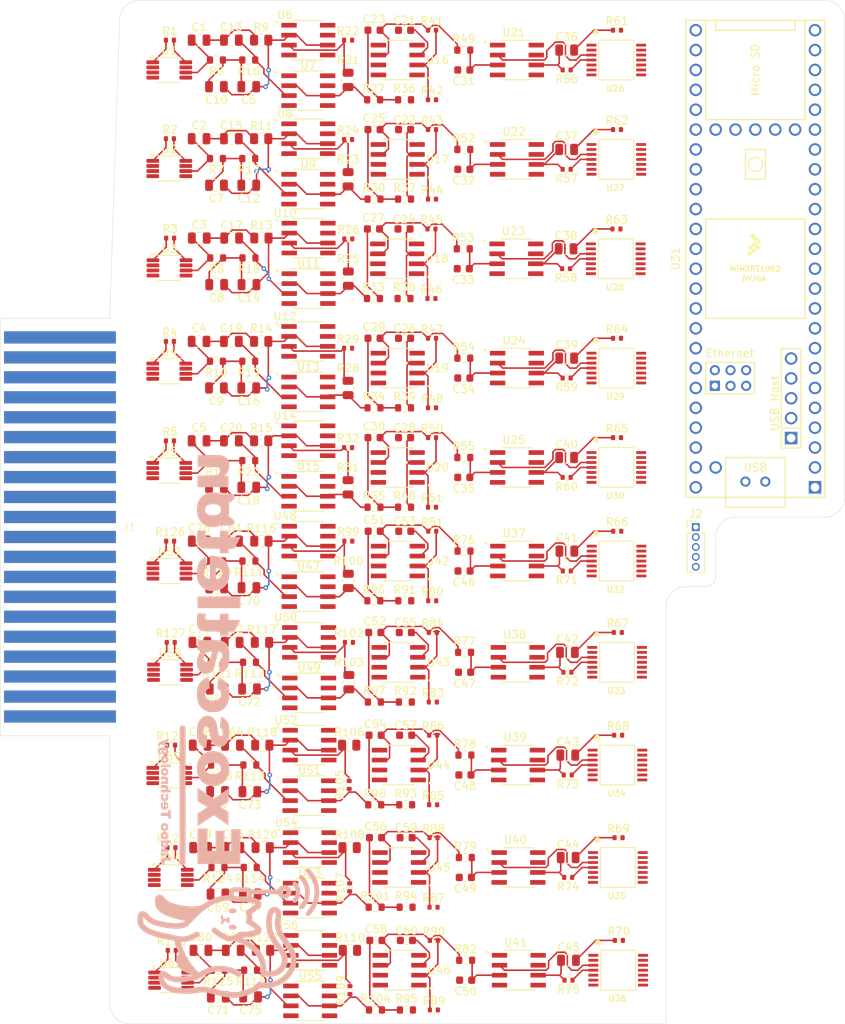
<source format=kicad_pcb>
(kicad_pcb (version 20240108) (generator "pcbnew") (generator_version "8.0")
  (layers (0 "F.Cu" signal) (31 "B.Cu" signal) (34 "B.Paste" user) (35 "F.Paste" user) (36 "B.SilkS" user "B.Silkscreen") (37 "F.SilkS" user "F.Silkscreen") (38 "B.Mask" user) (39 "F.Mask" user) (44 "Edge.Cuts" user))
  (net 0 "")
  (net 1 "Net-(C1-Pad1)")
  (net 2 "Net-(C1-Pad2)")
  (net 3 "Net-(U6--)")
  (net 4 "Net-(C10-Pad2)")
  (net 5 "Net-(U7-+)")
  (net 6 "Net-(U16-+)")
  (net 7 "GND")
  (net 8 "Net-(C23-Pad1)")
  (net 9 "Net-(C23-Pad2)")
  (net 10 "Net-(U21-+)")
  (net 11 "Electrode Output 1")
  (net 12 "Net-(C36-Pad1)")
  (net 13 "Electrode Output 2")
  (net 14 "Electrode Output 3")
  (net 15 "Electrode Output 4")
  (net 16 "Electrode Output 5")
  (net 17 "Electrode Output 6")
  (net 18 "Electrode Output 7")
  (net 19 "Electrode Output 8")
  (net 20 "Electrode Output 9")
  (net 21 "Electrode Output 10")
  (net 22 "Electrode6")
  (net 23 "Electrode4")
  (net 24 "Electrode7")
  (net 25 "Electrode2")
  (net 26 "Electrode3")
  (net 27 "Electrode9")
  (net 28 "Electrode10")
  (net 29 "Ref_Electrode")
  (net 30 "Electrode8")
  (net 31 "Electrode1")
  (net 32 "Electrode5")
  (net 33 "GPIO15_RXD0")
  (net 34 "Vss")
  (net 35 "GPIO14_TXD0")
  (net 36 "Net-(R1-Pad2)")
  (net 37 "Net-(R1-Pad1)")
  (net 38 "Net-(U7--)")
  (net 39 "Net-(U6-+)")
  (net 40 "Net-(U16--)")
  (net 41 "Net-(U26-RW)")
  (net 54 "Net-(U21--)")
  (net 55 "SDI")
  (net 57 "CLK")
  (net 60 "CS 1")
  (net 62 "CS 2")
  (net 63 "CS 3")
  (net 64 "CS 4")
  (net 65 "CS 5")
  (net 72 "CS 6")
  (net 76 "CS 8")
  (net 79 "CS 7")
  (net 89 "CS 10")
  (net 91 "CS 9")
  (net 124 "Net-(C2-Pad1)")
  (net 125 "Net-(C15-Pad1)")
  (net 126 "Net-(C17-Pad1)")
  (net 127 "Net-(C3-Pad1)")
  (net 128 "Net-(C19-Pad1)")
  (net 129 "Net-(C4-Pad1)")
  (net 130 "Net-(C20-Pad1)")
  (net 131 "Net-(C5-Pad1)")
  (net 132 "Net-(U8--)")
  (net 133 "Net-(C12-Pad2)")
  (net 134 "Net-(U10--)")
  (net 135 "Net-(C14-Pad2)")
  (net 136 "Net-(C16-Pad2)")
  (net 137 "Net-(U12--)")
  (net 138 "Net-(C11-Pad2)")
  (net 139 "Net-(U14--)")
  (net 140 "Net-(U9-+)")
  (net 141 "Net-(U11-+)")
  (net 142 "Net-(U13-+)")
  (net 143 "Net-(U15-+)")
  (net 144 "Net-(U17-+)")
  (net 145 "Net-(U18-+)")
  (net 146 "Net-(C25-Pad1)")
  (net 147 "Net-(C25-Pad2)")
  (net 148 "Net-(U19-+)")
  (net 149 "Net-(C27-Pad1)")
  (net 150 "Net-(C27-Pad2)")
  (net 151 "Net-(U20-+)")
  (net 152 "Net-(C29-Pad1)")
  (net 153 "Net-(C29-Pad2)")
  (net 154 "Net-(C30-Pad1)")
  (net 155 "Net-(C30-Pad2)")
  (net 156 "Net-(U22-+)")
  (net 157 "Net-(U23-+)")
  (net 158 "Net-(U24-+)")
  (net 159 "Net-(U25-+)")
  (net 160 "Net-(C37-Pad1)")
  (net 161 "Net-(C38-Pad1)")
  (net 162 "Net-(C39-Pad1)")
  (net 163 "Net-(C40-Pad1)")
  (net 164 "Net-(C41-Pad1)")
  (net 165 "Net-(C42-Pad1)")
  (net 166 "Net-(C43-Pad1)")
  (net 167 "Net-(C44-Pad1)")
  (net 168 "Net-(C45-Pad1)")
  (net 169 "Net-(U37-+)")
  (net 170 "Net-(U38-+)")
  (net 171 "Net-(U39-+)")
  (net 172 "Net-(U40-+)")
  (net 173 "Net-(U41-+)")
  (net 174 "Net-(C51-Pad2)")
  (net 175 "Net-(C51-Pad1)")
  (net 176 "Net-(C52-Pad2)")
  (net 177 "Net-(C52-Pad1)")
  (net 178 "Net-(U42-+)")
  (net 179 "Net-(C54-Pad2)")
  (net 180 "Net-(C54-Pad1)")
  (net 181 "Net-(U43-+)")
  (net 182 "Net-(C56-Pad2)")
  (net 183 "Net-(C56-Pad1)")
  (net 184 "Net-(U44-+)")
  (net 185 "Net-(C58-Pad2)")
  (net 186 "Net-(C58-Pad1)")
  (net 187 "Net-(U45-+)")
  (net 188 "Net-(U46-+)")
  (net 189 "Net-(U47-+)")
  (net 190 "Net-(C61-Pad1)")
  (net 191 "Net-(U49-+)")
  (net 192 "Net-(C62-Pad1)")
  (net 193 "Net-(U48--)")
  (net 194 "Net-(C63-Pad1)")
  (net 195 "Net-(U51-+)")
  (net 196 "Net-(C64-Pad1)")
  (net 197 "Net-(U50--)")
  (net 198 "Net-(C65-Pad1)")
  (net 199 "Net-(U53-+)")
  (net 200 "Net-(C66-Pad1)")
  (net 201 "Net-(U52--)")
  (net 202 "Net-(C67-Pad1)")
  (net 203 "Net-(U55-+)")
  (net 204 "Net-(C68-Pad1)")
  (net 205 "Net-(U54--)")
  (net 206 "Net-(C69-Pad1)")
  (net 207 "Net-(U56--)")
  (net 208 "Net-(C71-Pad1)")
  (net 209 "Net-(C76-Pad1)")
  (net 210 "Net-(C77-Pad1)")
  (net 211 "Net-(C78-Pad1)")
  (net 212 "Net-(C79-Pad1)")
  (net 213 "Net-(C80-Pad1)")
  (net 214 "Vdd")
  (net 215 "Net-(R2-Pad2)")
  (net 216 "Net-(R2-Pad1)")
  (net 217 "Net-(R3-Pad2)")
  (net 218 "Net-(R3-Pad1)")
  (net 219 "Net-(R4-Pad2)")
  (net 220 "Net-(R4-Pad1)")
  (net 221 "Net-(R5-Pad2)")
  (net 222 "Net-(R5-Pad1)")
  (net 223 "Net-(U8-+)")
  (net 224 "Net-(U9--)")
  (net 225 "Net-(U10-+)")
  (net 226 "Net-(U11--)")
  (net 227 "Net-(U12-+)")
  (net 228 "Net-(U13--)")
  (net 229 "Net-(U14-+)")
  (net 230 "Net-(U15--)")
  (net 231 "Net-(U17--)")
  (net 232 "Net-(U18--)")
  (net 233 "Net-(U19--)")
  (net 234 "Net-(U20--)")
  (net 235 "Net-(U27-RW)")
  (net 236 "Net-(U28-RW)")
  (net 237 "Net-(U29-RW)")
  (net 238 "Net-(U30-RW)")
  (net 239 "Net-(U32-RW)")
  (net 240 "Net-(U33-RW)")
  (net 241 "Net-(U34-RW)")
  (net 242 "Net-(U35-RW)")
  (net 243 "Net-(U36-RW)")
  (net 244 "Net-(U42--)")
  (net 245 "Net-(U43--)")
  (net 246 "Net-(U44--)")
  (net 247 "Net-(U45--)")
  (net 248 "Net-(U46--)")
  (net 249 "Net-(U47--)")
  (net 250 "Net-(U49--)")
  (net 251 "Net-(U51--)")
  (net 252 "Net-(U48-+)")
  (net 253 "Net-(U53--)")
  (net 254 "Net-(U50-+)")
  (net 255 "Net-(U55--)")
  (net 256 "Net-(U52-+)")
  (net 257 "Net-(U54-+)")
  (net 258 "Net-(U56-+)")
  (net 259 "Net-(R126-Pad2)")
  (net 260 "Net-(R126-Pad1)")
  (net 261 "Net-(R127-Pad2)")
  (net 262 "Net-(R127-Pad1)")
  (net 263 "Net-(R128-Pad2)")
  (net 264 "Net-(R128-Pad1)")
  (net 265 "Net-(R129-Pad2)")
  (net 266 "Net-(R129-Pad1)")
  (net 267 "Net-(R130-Pad2)")
  (net 268 "Net-(R130-Pad1)")
  (net 306 "Net-(U22--)")
  (net 310 "Net-(U23--)")
  (net 314 "Net-(U24--)")
  (net 318 "Net-(U25--)")
  (net 346 "Net-(U32-RH)")
  (net 351 "Net-(U33-RH)")
  (net 356 "Net-(U34-RH)")
  (net 361 "Net-(U35-RH)")
  (net 366 "Net-(U36-RH)")
  (footprint "LF356M:SOIC127P599X175-8N" (layer "F.Cu") (at 165.2 111.365)
    (property "Reference" "U49")
    (property "Value" "LF356M" (hide yes))
  )
  (footprint "Capacitor_SMD:C_0603_1608Metric" (layer "F.Cu") (at 177.5425 116.77 180)
    (property "Reference" "C57")
    (property "Value" "0.22uF" (hide yes))
  )
  (footprint "Resistor_SMD:R_0603_1608Metric" (layer "F.Cu") (at 153.45 107.45 180)
    (property "Reference" "R121")
    (property "Value" "2.64k" (hide yes))
  )
  (footprint "Capacitor_SMD:C_0805_2012Metric" (layer "F.Cu") (at 151.325 131.1325)
    (property "Reference" "C79")
    (property "Value" "1uF" (hide yes))
  )
  (footprint "Package_SO:VSSOP-8_3x3mm_P0.65mm" (layer "F.Cu") (at 147.42 108.72)
    (property "Reference" "U58")
    (property "Value" "INA823" (hide yes))
  )
  (footprint "Resistor_SMD:R_0402_1005Metric" (layer "F.Cu") (at 204.7025 116.77)
    (property "Reference" "R68")
    (property "Value" "150k" (hide yes))
  )
  (footprint "Resistor_SMD:R_0603_1608Metric" (layer "F.Cu") (at 153.4925 120.58 180)
    (property "Reference" "R123")
    (property "Value" "2.64k" (hide yes))
  )
  (footprint "Capacitor_SMD:C_0805_2012Metric" (layer "F.Cu") (at 153.38 59.185 180)
    (property "Reference" "C8")
    (property "Value" "1uF" (hide yes))
  )
  (footprint "LF356M:SOIC127P599X175-8N" (layer "F.Cu") (at 165.1 66.44)
    (property "Reference" "U12")
    (property "Value" "LF356M" (hide yes))
  )
  (footprint "Resistor_SMD:R_0603_1608Metric" (layer "F.Cu") (at 157.7175 146.8025 180)
    (property "Reference" "R115")
    (property "Value" "2.64k" (hide yes))
  )
  (footprint "LF356M:SOIC127P599X175-8N" (layer "F.Cu") (at 191.965 133.6725)
    (property "Reference" "U40")
    (property "Value" "LF356M" (hide yes))
  )
  (footprint "Capacitor_SMD:C_0805_2012Metric" (layer "F.Cu") (at 198.12 41.91)
    (property "Reference" "C37")
    (property "Value" "1uF" (hide yes))
  )
  (footprint "Resistor_SMD:R_0402_1005Metric" (layer "F.Cu") (at 204.755 129.8625)
    (property "Reference" "R69")
    (property "Value" "150k" (hide yes))
  )
  (footprint "Resistor_SMD:R_0402_1005Metric" (layer "F.Cu") (at 198.3575 148.0725 180)
    (property "Reference" "R75")
    (property "Value" "150k" (hide yes))
  )
  (footprint "Capacitor_SMD:C_0603_1608Metric" (layer "F.Cu") (at 184.975 71.12 180)
    (property "Reference" "C34")
    (property "Value" "0.22uF" (hide yes))
  )
  (footprint "Resistor_SMD:R_0603_1608Metric" (layer "F.Cu") (at 185.1175 119.31)
    (property "Reference" "R78")
    (property "Value" "10k" (hide yes))
  )
  (footprint "Resistor_SMD:R_0603_1608Metric" (layer "F.Cu") (at 157.48 43.075 180)
    (property "Reference" "R17")
    (property "Value" "2.64k" (hide yes))
  )
  (footprint "Capacitor_SMD:C_0603_1608Metric" (layer "F.Cu") (at 173.495 26.67 180)
    (property "Reference" "C23")
    (property "Value" "0.22uF" (hide yes))
  )
  (footprint "Resistor_SMD:R_0402_1005Metric" (layer "F.Cu") (at 181.0525 125.66)
    (property "Reference" "R85")
    (property "Value" "1k" (hide yes))
  )
  (footprint "Package_SO:VSSOP-8_3x3mm_P0.65mm" (layer "F.Cu") (at 147.5575 148.0725)
    (property "Reference" "U61")
    (property "Value" "INA823" (hide yes))
  )
  (footprint "Capacitor_SMD:C_0805_2012Metric" (layer "F.Cu") (at 155.4025 118.04)
    (property "Reference" "C64")
    (property "Value" "1uF" (hide yes))
  )
  (footprint "Resistor_SMD:R_0805_2012Metric" (layer "F.Cu") (at 159.3075 144.2625)
    (property "Reference" "R122")
    (property "Value" "1.32k" (hide yes))
  )
  (footprint "LF356M:SOIC127P599X175-8N" (layer "F.Cu") (at 176.7675 146.8025 180)
    (property "Reference" "U46")
    (property "Value" "LF356M" (hide yes))
  )
  (footprint "Resistor_SMD:R_0402_1005Metric" (layer "F.Cu") (at 180.91 48.26)
    (property "Reference" "R44")
    (property "Value" "1k" (hide yes))
  )
  (footprint "Capacitor_SMD:C_0805_2012Metric" (layer "F.Cu") (at 155.36 104.91)
    (property "Reference" "C62")
    (property "Value" "1uF" (hide yes))
  )
  (footprint "Capacitor_SMD:C_0805_2012Metric" (layer "F.Cu") (at 155.26 66.44)
    (property "Reference" "C19")
    (property "Value" "1uF" (hide yes))
  )
  (footprint "Resistor_SMD:R_0402_1005Metric" (layer "F.Cu") (at 147.42991 91.97)
    (property "Reference" "R126")
    (property "Value" "1k" (hide yes))
  )
  (footprint "Capacitor_SMD:C_0805_2012Metric" (layer "F.Cu") (at 153.545 137.0825 180)
    (property "Reference" "C69")
    (property "Value" "1uF" (hide yes))
  )
  (footprint "Resistor_SMD:R_0603_1608Metric" (layer "F.Cu") (at 153.38 55.775 180)
    (property "Reference" "R8")
    (property "Value" "2.64k" (hide yes))
  )
  (footprint "Resistor_SMD:R_0603_1608Metric" (layer "F.Cu") (at 153.35 43.075 180)
    (property "Reference" "R7")
    (property "Value" "2.64k" (hide yes))
  )
  (footprint "Capacitor_SMD:C_0805_2012Metric" (layer "F.Cu") (at 155.455 131.1325)
    (property "Reference" "C66")
    (property "Value" "1uF" (hide yes))
  )
  (footprint "Package_SO:VSSOP-8_3x3mm_P0.65mm" (layer "F.Cu") (at 147.32 70.25)
    (property "Reference" "U4")
    (property "Value" "INA823" (hide yes))
  )
  (footprint "Capacitor_SMD:C_0805_2012Metric" (layer "F.Cu") (at 153.35 33.89 180)
    (property "Reference" "C10")
    (property "Value" "1uF" (hide yes))
  )
  (footprint "Resistor_SMD:R_0805_2012Metric" (layer "F.Cu") (at 159.2125 118.04)
    (property "Reference" "R118")
    (property "Value" "1.32k" (hide yes))
  )
  (footprint "LF356M:SOIC127P599X175-8N" (layer "F.Cu") (at 165.295 137.5875)
    (property "Reference" "U53")
    (property "Value" "LF356M" (hide yes))
  )
  (footprint "Resistor_SMD:R_0402_1005Metric" (layer "F.Cu") (at 204.56 78.74)
    (property "Reference" "R65")
    (property "Value" "150k" (hide yes))
  )
  (footprint "Capacitor_SMD:C_0805_2012Metric" (layer "F.Cu") (at 198.12 68.58)
    (property "Reference" "C39")
    (property "Value" "1uF" (hide yes))
  )
  (footprint "LF356M:SOIC127P599X175-8N" (layer "F.Cu") (at 191.7 55.88)
    (property "Reference" "U23")
    (property "Value" "LF356M" (hide yes))
  )
  (footprint "Capacitor_SMD:C_0805_2012Metric" (layer "F.Cu") (at 157.48 85.09 180)
    (property "Reference" "C18")
    (property "Value" "1uF" (hide yes))
  )
  (footprint "Capacitor_SMD:C_0603_1608Metric" (layer "F.Cu") (at 184.975 83.82 180)
    (property "Reference" "C35")
    (property "Value" "0.22uF" (hide yes))
  )
  (footprint "LF356M:SOIC127P599X175-8N" (layer "F.Cu") (at 191.87 107.45)
    (property "Reference" "U38")
    (property "Value" "LF356M" (hide yes))
  )
  (footprint "LF356M:SOIC127P599X175-8N" (layer "F.Cu") (at 165.1 85.595)
    (property "Reference" "U15")
    (property "Value" "LF356M" (hide yes))
  )
  (footprint "Resistor_SMD:R_0402_1005Metric" (layer "F.Cu") (at 170.18 80.01)
    (property "Reference" "R32")
    (property "Value" "1k" (hide yes))
  )
  (footprint "Resistor_SMD:R_0603_1608Metric" (layer "F.Cu") (at 177.4 74.93)
    (property "Reference" "R39")
    (property "Value" "10k" (hide yes))
  )
  (footprint "Capacitor_SMD:C_0805_2012Metric" (layer "F.Cu") (at 157.51 59.185 180)
    (property "Reference" "C14")
    (property "Value" "1uF" (hide yes))
  )
  (footprint "Resistor_SMD:R_0402_1005Metric" (layer "F.Cu") (at 180.84 60.96)
    (property "Reference" "R46")
    (property "Value" "1k" (hide yes))
  )
  (footprint "Resistor_SMD:R_0603_1608Metric" (layer "F.Cu") (at 157.50741 94.51 180)
    (property "Reference" "R111")
    (property "Value" "2.64k" (hide yes))
  )
  (footprint "Resistor_SMD:R_0402_1005Metric" (layer "F.Cu") (at 204.66 103.64)
    (property "Reference" "R67")
    (property "Value" "150k" (hide yes))
  )
  (footprint "Capacitor_SMD:C_0805_2012Metric" (layer "F.Cu") (at 151.3675 144.2625)
    (property "Reference" "C80")
    (property "Value" "1uF" (hide yes))
  )
  (footprint "Resistor_SMD:R_0402_1005Metric" (layer "F.Cu") (at 180.91 39.37)
    (property "Reference" "R43")
    (property "Value" "1k" (hide yes))
  )
  (footprint "Resistor_SMD:R_0603_1608Metric" (layer "F.Cu") (at 177.595 138.7525)
    (property "Reference" "R94")
    (property "Value" "10k" (hide yes))
  )
  (footprint "Capacitor_SMD:C_0805_2012Metric" (layer "F.Cu") (at 153.45 110.86 180)
    (property "Reference" "C65")
    (property "Value" "1uF" (hide yes))
  )
  (footprint "Capacitor_SMD:C_0805_2012Metric" (layer "F.Cu") (at 157.6225 123.99 180)
    (property "Reference" "C73")
    (property "Value" "1uF" (hide yes))
  )
  (footprint "Resistor_SMD:R_0603_1608Metric" (layer "F.Cu") (at 153.545 133.6725 180)
    (property "Reference" "R124")
    (property "Value" "2.64k" (hide yes))
  )
  (footprint "Resistor_SMD:R_0603_1608Metric" (layer "F.Cu") (at 177.4 35.56)
    (property "Reference" "R36")
    (property "Value" "10k" (hide yes))
  )
  (footprint "Resistor_SMD:R_0805_2012Metric" (layer "F.Cu") (at 170.3225 118.04)
    (property "Reference" "R106")
    (property "Value" "100")
  )
  (footprint "Resistor_SMD:R_0603_1608Metric" (layer "F.Cu") (at 177.4 48.26)
    (property "Reference" "R37")
    (property "Value" "10k" (hide yes))
  )
  (footprint "Resistor_SMD:R_0603_1608Metric" (layer "F.Cu") (at 184.905 54.61)
    (property "Reference" "R53")
    (property "Value" "10k" (hide yes))
  )
  (footprint "Resistor_SMD:R_0603_1608Metric" (layer "F.Cu") (at 157.48 68.98 180)
    (property "Reference" "R19")
    (property "Value" "2.64k" (hide yes))
  )
  (footprint "LF356M:SOIC127P599X175-8N" (layer "F.Cu") (at 176.53 82.55 180)
    (property "Reference" "U20")
    (property "Value" "LF356M" (hide yes))
  )
  (footprint "Resistor_SMD:R_0603_1608Metric" (layer "F.Cu") (at 185.00241 93.24)
    (property "Reference" "R76")
    (property "Value" "10k" (hide yes))
  )
  (footprint "Resistor_SMD:R_0402_1005Metric" (layer "F.Cu") (at 180.91 78.74)
    (property "Reference" "R50")
    (property "Value" "1k" (hide yes))
  )
  (footprint "Capacitor_SMD:C_0603_1608Metric" (layer "F.Cu") (at 173.495 66.04 180)
    (property "Reference" "C29")
    (property "Value" "0.22uF" (hide yes))
  )
  (footprint "Resistor_SMD:R_0402_1005Metric" (layer "F.Cu") (at 147.64 144.2625)
    (property "Reference" "R130")
    (property "Value" "1k" (hide yes))
  )
  (footprint "Capacitor_SMD:C_0805_2012Metric" (layer "F.Cu") (at 151.23 104.91)
    (property "Reference" "C77")
    (property "Value" "1uF" (hide yes))
  )
  (footprint "Capacitor_SMD:C_0603_1608Metric" (layer "F.Cu") (at 177.6375 142.9925 180)
    (property "Reference" "C60")
    (property "Value" "0.22uF" (hide yes))
  )
  (footprint "Capacitor_SMD:C_0805_2012Metric" (layer "F.Cu") (at 157.48 46.485 180)
    (property "Reference" "C12")
    (property "Value" "1uF" (hide yes))
  )
  (footprint "Resistor_SMD:R_0402_1005Metric" (layer "F.Cu") (at 180.93741 99.59)
    (property "Reference" "R80")
    (property "Value" "1k" (hide yes))
  )
  (footprint "Capacitor_SMD:C_0805_2012Metric" (layer "F.Cu") (at 151.13 27.94)
    (property "Reference" "C1")
    (property "Value" "1uF" (hide yes))
  )
  (footprint "LF356M:SOIC127P599X175-8N" (layer "F.Cu") (at 165.3375 150.7175)
    (property "Reference" "U55")
    (property "Value" "LF356M" (hide yes))
  )
  (footprint "LF356M:SOIC127P599X175-8N" (layer "F.Cu") (at 165.2425 124.495)
    (property "Reference" "U51")
    (property "Value" "LF356M" (hide yes))
  )
  (footprint "AD5293:AD5293" (layer "F.Cu") (at 204.7075 146.8025 -90)
    (property "Reference" "U36")
    (property "Value" "AD5293" (hide yes))
  )
  (footprint "Resistor_SMD:R_0603_1608Metric" (layer "F.Cu") (at 157.51 55.775 180)
    (property "Reference" "R18")
    (property "Value" "2.64k" (hide yes))
  )
  (footprint "LF356M:SOIC127P599X175-8N" (layer "F.Cu") (at 191.9125 120.58)
    (property "Reference" "U39")
    (property "Value" "LF356M" (hide yes))
  )
  (footprint "Resistor_SMD:R_0402_1005Metric" (layer "F.Cu") (at 170.18 27.94)
    (property "Reference" "R22")
    (property "Value" "1k" (hide yes))
  )
  (footprint "Capacitor_SMD:C_0603_1608Metric" (layer "F.Cu") (at 177.4 26.67 180)
    (property "Reference" "C21")
    (property "Value" "0.22uF" (hide yes))
  )
  (footprint "Resistor_SMD:R_0402_1005Metric" (layer "F.Cu") (at 204.56 39.37)
    (property "Reference" "R62")
    (property "Value" "150k" (hide yes))
  )
  (footprint "AD5293:AD5293" (layer "F.Cu") (at 204.47 30.48 -90)
    (property "Reference" "U26")
    (property "Value" "AD5293" (hide yes))
  )
  (footprint "Resistor_SMD:R_0603_1608Metric" (layer "F.Cu") (at 157.58 107.45 180)
    (property "Reference" "R112")
    (property "Value" "2.64k" (hide yes))
  )
  (footprint "Resistor_SMD:R_0402_1005Metric" (layer "F.Cu") (at 170.21 53.34)
    (property "Reference" "R26")
    (property "Value" "1k" (hide yes))
  )
  (footprint "Resistor_SMD:R_0402_1005Metric" (layer "F.Cu") (at 181.01 103.64)
    (property "Reference" "R84")
    (property "Value" "1k" (hide yes))
  )
  (footprint "Capacitor_SMD:C_0805_2012Metric" (layer "F.Cu") (at 151.13 40.535)
    (property "Reference" "C2")
    (property "Value" "1uF" (hide yes))
  )
  (footprint "Capacitor_SMD:C_0805_2012Metric" (layer "F.Cu") (at 153.37741 97.92 180)
    (property "Reference" "C63")
    (property "Value" "1uF" (hide yes))
  )
  (footprint "Resistor_SMD:R_0402_1005Metric" (layer "F.Cu") (at 170.4175 149.3425 90)
    (property "Reference" "R109")
    (property "Value" "1k")
  )
  (footprint "Resistor_SMD:R_0402_1005Metric" (layer "F.Cu") (at 180.91 74.93)
    (property "Reference" "R48")
    (property "Value" "1k" (hide yes))
  )
  (footprint "Capacitor_SMD:C_0805_2012Metric" (layer "F.Cu") (at 151.15741 91.97)
    (property "Reference" "C76")
    (property "Value" "1uF" (hide yes))
  )
  (footprint "LF356M:SOIC127P599X175-8N" (layer "F.Cu") (at 192.0075 146.8025)
    (property "Reference" "U41")
    (property "Value" "LF356M" (hide yes))
  )
  (footprint "Resistor_SMD:R_0603_1608Metric" (layer "F.Cu") (at 177.33 60.96)
    (property "Reference" "R38")
    (property "Value" "10k" (hide yes))
  )
  (footprint "Resistor_SMD:R_0603_1608Metric" (layer "F.Cu") (at 185.2125 145.5325)
    (property "Reference" "R82")
    (property "Value" "10k" (hide yes))
  )
  (footprint "Resistor_SMD:R_0402_1005Metric" (layer "F.Cu") (at 181.1475 151.8825)
    (property "Reference" "R89")
    (property "Value" "1k" (hide yes))
  )
  (footprint "LF356M:SOIC127P599X175-8N" (layer "F.Cu") (at 191.77 69.85)
    (property "Reference" "U24")
    (property "Value" "LF356M" (hide yes))
  )
  (footprint "LF356M:SOIC127P599X175-8N" (layer "F.Cu") (at 191.77 43.18)
    (property "Reference" "U22")
    (property "Value" "LF356M" (hide yes))
  )
  (footprint "LF356M:SOIC127P599X175-8N" (layer "F.Cu") (at 191.79741 94.51)
    (property "Reference" "U37")
    (property "Value" "LF356M" (hide yes))
  )
  (footprint "Resistor_SMD:R_0603_1608Metric" (layer "F.Cu") (at 173.5875 125.66)
    (property "Reference" "R98")
    (property "Value" "10k" (hide yes))
  )
  (footprint "Resistor_SMD:R_0402_1005Metric" (layer "F.Cu") (at 181.1475 142.9925)
    (property "Reference" "R90")
    (property "Value" "1k" (hide yes))
  )
  (footprint "Resistor_SMD:R_0805_2012Metric" (layer "F.Cu") (at 159.09741 91.97)
    (property "Reference" "R116")
    (property "Value" "1.32k" (hide yes))
  )
  (footprint "Capacitor_SMD:C_0805_2012Metric" (layer "F.Cu") (at 157.50741 97.92 180)
    (property "Reference" "C70")
    (property "Value" "1uF" (hide yes))
  )
  (footprint "Capacitor_SMD:C_0805_2012Metric" (layer "F.Cu") (at 151.13 66.44)
    (property "Reference" "C4")
    (property "Value" "1uF" (hide yes))
  )
  (footprint "Capacitor_SMD:C_0805_2012Metric" (layer "F.Cu") (at 157.58 110.86 180)
    (property "Reference" "C72")
    (property "Value" "1uF" (hide yes))
  )
  (footprint "Resistor_SMD:R_0402_1005Metric" (layer "F.Cu") (at 170.18 40.64)
    (property "Reference" "R24")
    (property "Value" "1k" (hide yes))
  )
  (footprint "Resistor_SMD:R_0603_1608Metric" (layer "F.Cu") (at 173.6825 151.8825)
    (property "Reference" "R104")
    (property "Value" "10k" (hide yes))
  )
  (footprint "Capacitor_SMD:C_0603_1608Metric" (layer "F.Cu") (at 184.905 57.15 180)
    (property "Reference" "C33")
    (property "Value" "0.22uF" (hide yes))
  )
  (footprint "LF356M:SOIC127P599X175-8N" (layer "F.Cu") (at 165.12741 98.425)
    (property "Reference" "U47")
    (property "Value" "LF356M" (hide yes))
  )
  (footprint "LF356M:SOIC127P599X175-8N" (layer "F.Cu") (at 165.1 72.895)
    (property "Reference" "U13")
    (property "Value" "LF356M" (hide yes))
  )
  (footprint "AD5293:AD5293" (layer "F.Cu") (at 204.665 133.6725 -90)
    (property "Reference" "U35")
    (property "Value" "AD5293" (hide yes))
  )
  (footprint "LF356M:SOIC127P599X175-8N" (layer "F.Cu") (at 165.13 53.235)
    (property "Reference" "U10")
    (property "Value" "LF356M" (hide yes))
  )
  (footprint "Resistor_SMD:R_0402_1005Metric" (layer "F.Cu") (at 204.58741 90.7)
    (property "Reference" "R66")
    (property "Value" "150k" (hide yes))
  )
  (footprint "Capacitor_SMD:C_0805_2012Metric" (layer "F.Cu") (at 151.13 79.14)
    (property "Reference" "C5")
    (property "Value" "1uF" (hide yes))
  )
  (footprint "Resistor_SMD:R_0402_1005Metric" (layer "F.Cu") (at 198.315 134.9425 180)
    (property "Reference" "R74")
    (property "Value" "150k" (hide yes))
  )
  (footprint "Resistor_SMD:R_0402_1005Metric" (layer "F.Cu") (at 180.93741 90.7)
    (property "Reference" "R81")
    (property "Value" "1k" (hide yes))
  )
  (footprint "Package_SO:VSSOP-8_3x3mm_P0.65mm" (layer "F.Cu") (at 147.32 31.75)
    (property "Reference" "U1")
    (property "Value" "INA823" (hide yes))
  )
  (footprint "Package_SO:VSSOP-8_3x3mm_P0.65mm" (layer "F.Cu") (at 147.35 57.045)
    (property "Reference" "U3")
    (property "Value" "INA823" (hide yes))
  )
  (footprint "LF356M:SOIC127P599X175-8N" (layer "F.Cu") (at 165.3375 144.2625)
    (property "Reference" "U56")
    (property "Value" "LF356M" (hide yes))
  )
  (footprint "LF356M:SOIC127P599X175-8N" (layer "F.Cu") (at 176.46 55.88 180)
    (property "Reference" "U18")
    (property "Value" "LF356M" (hide yes))
  )
  (footprint "Resistor_SMD:R_0805_2012Metric" (layer "F.Cu") (at 159.07 27.94)
    (property "Reference" "R9")
    (property "Value" "1.32k" (hide yes))
  )
  (footprint "Resistor_SMD:R_0603_1608Metric" (layer "F.Cu") (at 153.35 68.98 180)
    (property "Reference" "R10")
    (property "Value" "2.64k" (hide yes))
  )
  (footprint "Resistor_SMD:R_0603_1608Metric" (layer "F.Cu") (at 177.42741 99.59)
    (property "Reference" "R91")
    (property "Value" "10k" (hide yes))
  )
  (footprint "Capacitor_SMD:C_0805_2012Metric" (layer "F.Cu") (at 198.22 106.18)
    (property "Reference" "C42")
    (property "Value" "1uF" (hide yes))
  )
  (footprint "Resistor_SMD:R_0603_1608Metric" (layer "F.Cu") (at 153.35 81.68 180)
    (property "Reference" "R12")
    (property "Value" "2.64k" (hide yes))
  )
  (footprint "Resistor_SMD:R_0805_2012Metric" (layer "F.Cu") (at 170.20741 97.05 90)
    (property "Reference" "R100")
    (property "Value" "100" (hide yes))
  )
  (footprint "Resistor_SMD:R_0402_1005Metric" (layer "F.Cu") (at 147.5025 104.91)
    (property "Reference" "R127")
    (property "Value" "1k" (hide yes))
  )
  (footprint "Capacitor_SMD:C_0805_2012Metric" (layer "F.Cu") (at 157.7175 150.2125 180)
    (property "Reference" "C75")
    (property "Value" "1uF" (hide yes))
  )
  (footprint "Resistor_SMD:R_0402_1005Metric" (layer "F.Cu") (at 180.91 26.67)
    (property "Reference" "R41")
    (property "Value" "1k" (hide yes))
  )
  (footprint "Connector_PinHeader_1.27mm:PinHeader_1x05_P1.27mm_Vertical" (layer "F.Cu") (at 214.63 90.17)
    (property "Reference" "J2")
    (property "Value" "Conn_01x05_Pin" (hide yes))
  )
  (footprint "Resistor_SMD:R_0603_1608Metric" (layer "F.Cu") (at 184.975 29.21)
    (property "Reference" "R49")
    (property "Value" "10k" (hide yes))
  )
  (footprint "Capacitor_SMD:C_0603_1608Metric" (layer "F.Cu") (at 185.1175 121.85 180)
    (property "Reference" "C48")
    (property "Value" "0.22uF" (hide yes))
  )
  (footprint "Resistor_SMD:R_0805_2012Metric" (layer "F.Cu") (at 159.07 79.14)
    (property "Reference" "R15")
    (property "Value" "1.32k" (hide yes))
  )
  (footprint "Capacitor_SMD:C_0805_2012Metric" (layer "F.Cu") (at 155.26 40.535)
    (property "Reference" "C15")
    (property "Value" "1uF" (hide yes))
  )
  (footprint "Resistor_SMD:R_0805_2012Metric" (layer "F.Cu") (at 170.28 109.99 90)
    (property "Reference" "R103")
    (property "Value" "100" (hide yes))
  )
  (footprint "Capacitor_SMD:C_0805_2012Metric" (layer "F.Cu") (at 198.315 132.4025)
    (property "Reference" "C44")
    (property "Value" "1uF" (hide yes))
  )
  (footprint "AD5293:AD5293" (layer "F.Cu") (at 204.4 55.88 -90)
    (property "Reference" "U28")
    (property "Value" "AD5293" (hide yes))
  )
  (footprint "Resistor_SMD:R_0805_2012Metric" (layer "F.Cu") (at 159.17 104.91)
    (property "Reference" "R117")
    (property "Value" "1.32k" (hide yes))
  )
  (footprint "Capacitor_SMD:C_0805_2012Metric" (layer "F.Cu") (at 155.4975 144.2625)
    (property "Reference" "C68")
    (property "Value" "1uF" (hide yes))
  )
  (footprint "Capacitor_SMD:C_0603_1608Metric" (layer "F.Cu") (at 185.075 108.72 180)
    (property "Reference" "C47")
    (property "Value" "0.22uF" (hide yes))
  )
  (footprint "Resistor_SMD:R_0402_1005Metric" (layer "F.Cu") (at 198.12 44.45 180)
    (property "Reference" "R57")
    (property "Value" "150k" (hide yes))
  )
  (footprint "Package_SO:VSSOP-8_3x3mm_P0.65mm" (layer "F.Cu") (at 147.32 44.345)
    (property "Reference" "U2")
    (property "Value" "INA823" (hide yes))
  )
  (footprint "LF356M:SOIC127P599X175-8N" (layer "F.Cu") (at 176.6725 120.58 180)
    (property "Reference" "U44")
    (property "Value" "LF356M" (hide yes))
  )
  (footprint "Resistor_SMD:R_0402_1005Metric" (layer "F.Cu") (at 198.12 83.82 180)
    (property "Reference" "R60")
    (property "Value" "150k" (hide yes))
  )
  (footprint "Capacitor_SMD:C_0603_1608Metric" (layer "F.Cu") (at 185.17 134.9425 180)
    (property "Reference" "C49")
    (property "Value" "0.22uF" (hide yes))
  )
  (footprint "Capacitor_SMD:C_0603_1608Metric" (layer "F.Cu") (at 173.495 39.37 180)
    (property "Reference" "C25")
    (property "Value" "0.22uF" (hide yes))
  )
  (footprint "Capacitor_SMD:C_0603_1608Metric" (layer "F.Cu") (at 185.00241 95.78 180)
    (property "Reference" "C46")
    (property "Value" "0.22uF" (hide yes))
  )
  (footprint "LF356M:SOIC127P599X175-8N" (layer "F.Cu") (at 176.53 30.48 180)
    (property "Reference" "U16")
    (property "Value" "LF356M" (hide yes))
  )
  (footprint "Capacitor_SMD:C_0603_1608Metric" (layer "F.Cu") (at 173.425 52.07 180)
    (property "Reference" "C27")
    (property "Value" "0.22uF" (hide yes))
  )
  (footprint "Resistor_SMD:R_0603_1608Metric" (layer "F.Cu") (at 173.47241 99.59)
    (property "Reference" "R96")
    (property "Value" "10k" (hide yes))
  )
  (footprint "Resistor_SMD:R_0603_1608Metric" (layer "F.Cu") (at 173.64 138.7525)
    (property "Reference" "R101")
    (property "Value" "10k" (hide yes))
  )
  (footprint "LF356M:SOIC127P599X175-8N" (layer "F.Cu") (at 165.2425 118.04)
    (property "Reference" "U52")
    (property "Value" "LF356M" (hide yes))
  )
  (footprint "Resistor_SMD:R_0603_1608Metric" (layer "F.Cu") (at 153.37741 94.51 180)
    (property "Reference" "R119")
    (property "Value" "2.64k" (hide yes))
  )
  (footprint "Capacitor_SMD:C_0805_2012Metric" (layer "F.Cu") (at 151.2725 118.04)
    (property "Reference" "C78")
    (property "Value" "1uF" (hide yes))
  )
  (footprint "Capacitor_SMD:C_0805_2012Metric" (layer "F.Cu") (at 157.48 33.89 180)
    (property "Reference" "C6")
    (property "Value" "1uF" (hide yes))
  )
  (footprint "LF356M:SOIC127P599X175-8N" (layer "F.Cu") (at 165.1 79.14)
    (property "Reference" "U14")
    (property "Value" "LF356M" (hide yes))
  )
  (footprint "Capacitor_SMD:C_0603_1608Metric" (layer "F.Cu") (at 177.33 52.07 180)
    (property "Reference" "C24")
    (property "Value" "0.22uF" (hide yes))
  )
  (footprint "Resistor_SMD:R_0805_2012Metric" (layer "F.Cu") (at 159.265 131.1325)
    (property "Reference" "R120")
    (property "Value" "1.32k" (hide yes))
  )
  (footprint "AD5293:AD5293" (layer "F.Cu") (at 204.47 43.18 -90)
    (property "Reference" "U27")
    (property "Value" "AD5293" (hide yes))
  )
  (footprint "Package_SO:VSSOP-8_3x3mm_P0.65mm" (layer "F.Cu") (at 147.32 82.95)
    (property "Reference" "U5")
    (property "Value" "INA823" (hide yes))
  )
  (footprint "Capacitor_SMD:C_0805_2012Metric" (layer "F.Cu") (at 153.35 85.09 180)
    (property "Reference" "C11")
    (property "Value" "1uF" (hide yes))
  )
  (footprint "Resistor_SMD:R_0402_1005Metric" (layer "F.Cu") (at 198.12 31.75 180)
    (property "Reference" "R56")
    (property "Value" "150k" (hide yes))
  )
  (footprint "Resistor_SMD:R_0402_1005Metric" (layer "F.Cu") (at 180.84 52.07)
    (property "Reference" "R45")
    (property "Value" "1k" (hide yes))
  )
  (footprint "Capacitor_SMD:C_0603_1608Metric" (layer "F.Cu") (at 177.4 66.04 180)
    (property "Reference" "C26")
    (property "Value" "0.22uF" (hide yes))
  )
  (footprint "LF356M:SOIC127P599X175-8N" (layer "F.Cu") (at 165.295 131.1325)
    (property "Reference" "U54")
    (property "Value" "LF356M" (hide yes))
  )
  (footprint "Resistor_SMD:R_0603_1608Metric" (layer "F.Cu") (at 185.075 106.18)
    (property "Reference" "R77")
    (property "Value" "10k" (hide yes))
  )
  (footprint "Resistor_SMD:R_0402_1005Metric" (layer "F.Cu") (at 198.12 71.12 180)
    (property "Reference" "R59")
    (property "Value" "150k" (hide yes))
  )
  (footprint "Resistor_SMD:R_0603_1608Metric" (layer "F.Cu") (at 184.975 81.28)
    (property "Reference" "R55")
    (property "Value" "10k" (hide yes))
  )
  (footprint "Capacitor_SMD:C_0805_2012Metric" (layer "F.Cu") (at 198.3575 145.5325)
    (property "Reference" "C45")
    (property "Value" "1uF" (hide yes))
  )
  (footprint "Capacitor_SMD:C_0805_2012Metric" (layer "F.Cu") (at 198.12 29.21)
    (property "Reference" "C36")
    (property "Value" "1uF" (hide yes))
  )
  (footprint "Capacitor_SMD:C_0603_1608Metric" (layer "F.Cu") (at 184.975 31.75 180)
    (property "Reference" "C31")
    (property "Value" "0.22uF" (hide yes))
  )
  (footprint "Resistor_SMD:R_0402_1005Metric" (layer "F.Cu") (at 147.4025 66.44)
    (property "Reference" "R4")
    (property "Value" "1k" (hide yes))
  )
  (footprint "Resistor_SMD:R_0402_1005Metric" (layer "F.Cu") (at 180.91 87.63)
    (property "Reference" "R51")
    (property "Value" "1k" (hide yes))
  )
  (footprint "LF356M:SOIC127P599X175-8N" (layer "F.Cu") (at 165.12741 91.97)
    (property "Reference" "U48")
    (property "Value" "LF356M" (hide yes))
  )
  (footprint "AD5293:AD5293" (layer "F.Cu") (at 204.47 69.85 -90)
    (property "Reference" "U29")
    (property "Value" "AD5293" (hide yes))
  )
  (footprint "Resistor_SMD:R_0402_1005Metric" (layer "F.Cu") (at 181.01 112.53)
    (property "Reference" "R83")
    (property "Value" "1k" (hide yes))
  )
  (footprint "Capacitor_SMD:C_0805_2012Metric" (layer "F.Cu") (at 198.14741 93.24)
    (property "Reference" "C41")
    (property "Value" "1uF" (hide yes))
  )
  (footprint "Capacitor_SMD:C_0603_1608Metric" (layer "F.Cu") (at 177.4 78.74 180)
    (property "Reference" "C28")
    (property "Value" "0.22uF" (hide yes))
  )
  (footprint "Connector_PinHeader_1.00mm:GoldFingers_1x40_0.155mm_DoubleSided" (layer "F.Cu") (at 133.35 90.9305)
    (property "Reference" "J1")
    (property "Value" "Conn_02x20_Top_Bottom" (hide yes))
  )
  (footprint "Resistor_SMD:R_0603_1608Metric" (layer "F.Cu") (at 153.5875 146.8025 180)
    (property "Reference" "R125")
    (property "Value" "2.64k" (hide yes))
  )
  (footprint "Resistor_SMD:R_0402_1005Metric" (layer "F.Cu") (at 147.4025 79.14)
    (property "Reference" "R5")
    (property "Value" "1k" (hide yes))
  )
  (footprint "Capacitor_SMD:C_0603_1608Metric" (layer "F.Cu") (at 177.4 39.37 180)
    (property "Reference" "C22")
    (property "Value" "0.22uF" (hide yes))
  )
  (footprint "Resistor_SMD:R_0402_1005Metric" (layer "F.Cu") (at 198.05 57.15 180)
    (property "Reference" "R58")
    (property "Value" "150k" (hide yes))
  )
  (footprint "Resistor_SMD:R_0402_1005Metric" (layer "F.Cu") (at 147.4325 53.235)
    (property "Reference" "R3")
    (property "Value" "1k" (hide yes))
  )
  (footprint "LF356M:SOIC127P599X175-8N" (layer "F.Cu") (at 191.77 30.48)
    (property "Reference" "U21")
    (property "Value" "LF356M" (hide yes))
  )
  (footprint "Resistor_SMD:R_0805_2012Metric" (layer "F.Cu") (at 170.18 85.09 90)
    (property "Reference" "R31")
    (property "Value" "100" (hide yes))
  )
  (footprint "Resistor_SMD:R_0402_1005Metric" (layer "F.Cu") (at 170.3225 123.12 90)
    (property "Reference" "R105")
    (property "Value" "1k")
  )
  (footprint "Resistor_SMD:R_0805_2012Metric" (layer "F.Cu") (at 170.21 58.42 90)
    (property "Reference" "R25")
    (property "Value" "100" (hide yes))
  )
  (footprint "Resistor_SMD:R_0603_1608Metric" (layer "F.Cu") (at 173.425 60.96)
    (property "Reference" "R33")
    (property "Value" "10k" (hide yes))
  )
  (footprint "Resistor_SMD:R_0402_1005Metric" (layer "F.Cu") (at 170.18 67.31)
    (property "Reference" "R29")
    (property "Value" "1k" (hide yes))
  )
  (footprint "Resistor_SMD:R_0402_1005Metric" (layer "F.Cu") (at 204.56 66.04)
    (property "Reference" "R64")
    (property "Value" "150k" (hide yes))
  )
  (footprint "AD5293:AD5293" (layer "F.Cu") (at 204.47 82.55 -90)
    (property "Reference" "U30")
    (property "Value" "AD5293" (hide yes))
  )
  (footprint "Resistor_SMD:R_0402_1005Metric" (layer "F.Cu") (at 170.20741 91.97)
    (property "Reference" "R99")
    (property "Value" "1k" (hide yes))
  )
  (footprint "Capacitor_SMD:C_0805_2012Metric" (layer "F.Cu") (at 153.35 46.485 180)
    (property "Reference" "C7")
    (property "Value" "1uF" (hide yes))
  )
  (footprint "LF356M:SOIC127P599X175-8N" (layer "F.Cu") (at 165.1 46.99)
    (property "Reference" "U9")
    (property "Value" "LF356M" (hide yes))
  )
  (footprint "Resistor_SMD:R_0805_2012Metric" (layer "F.Cu") (at 170.18 45.72 90)
    (property "Reference" "R23")
    (property "Value" "100" (hide yes))
  )
  (footprint "Resistor_SMD:R_0603_1608Metric" (layer "F.Cu") (at 157.675 133.6725 180)
    (property "Reference" "R114")
    (property "Value" "2.64k" (hide yes))
  )
  (footprint "Capacitor_SMD:C_0805_2012Metric" (layer "F.Cu") (at 155.26 79.14)
    (property "Reference" "C20")
    (property "Value" "1uF" (hide yes))
  )
  (footprint "Resistor_SMD:R_0603_1608Metric" (layer "F.Cu") (at 184.975 68.58)
    (property "Reference" "R54")
    (property "Value" "10k" (hide yes))
  )
  (footprint "Resistor_SMD:R_0603_1608Metric" (layer "F.Cu") (at 177.6375 151.8825)
    (property "Reference" "R95")
    (property "Value" "10k" (hide yes))
  )
  (footprint "Capacitor_SMD:C_0603_1608Metric" (layer "F.Cu") (at 185.2125 148.0725 180)
    (property "Reference" "C50")
    (property "Value" "0.22uF" (hide yes))
  )
  (footprint "Resistor_SMD:R_0402_1005Metric" (layer "F.Cu") (at 170.28 104.91)
    (property "Reference" "R102")
    (property "Value" "1k" (hide yes))
  )
  (footprint "LF356M:SOIC127P599X175-8N" (layer "F.Cu") (at 165.1 34.395)
    (property "Reference" "U7")
    (property "Value" "LF356M" (hide yes))
  )
  (footprint "Capacitor_SMD:C_0603_1608Metric" (layer "F.Cu") (at 173.6375 116.77 180)
    (property "Reference" "C54")
    (property "Value" "0.22uF" (hide yes))
  )
  (footprint "Resistor_SMD:R_0402_1005Metric" (layer "F.Cu") (at 180.91 35.56)
    (property "Reference" "R42")
    (property "Value" "1k" (hide yes))
  )
  (footprint "Resistor_SMD:R_0805_2012Metric" (layer "F.Cu") (at 170.18 72.39 90)
    (property "Reference" "R28")
    (property "Value" "100" (hide yes))
  )
  (footprint "Capacitor_SMD:C_0805_2012Metric" (layer "F.Cu") (at 151.16 53.235)
    (property "Reference" "C3")
    (property "Value" "1uF" (hide yes))
  )
  (footprint "Package_SO:VSSOP-8_3x3mm_P0.65mm" (layer "F.Cu") (at 147.32 121.92)
    (property "Reference" "U59")
    (property "Value" "INA823" (hide yes))
  )
  (footprint "LF356M:SOIC127P599X175-8N" (layer "F.Cu") (at 176.55741 94.51 180)
    (property "Reference" "U42")
    (property "Value" "LF356M" (hide yes))
  )
  (footprint "LF356M:SOIC127P599X175-8N" (layer "F.Cu") (at 176.63 107.45 180)
    (property "Reference" "U43")
    (property "Value" "LF356M" (hide yes))
  )
  (footprint "Resistor_SMD:R_0603_1608Metric" (layer "F.Cu") (at 173.495 74.93)
    (property "Reference" "R34")
    (property "Value" "10k" (hide yes))
  )
  (footprint "Resistor_SMD:R_0603_1608Metric" (layer "F.Cu") (at 157.48 81.68 180)
    (property "Reference" "R20")
    (property "Value" "2.64k" (hide yes))
  )
  (footprint "Resistor_SMD:R_0603_1608Metric" (layer "F.Cu") (at 173.545 112.53)
    (property "Reference" "R97")
    (property "Value" "10k" (hide yes))
  )
  (footprint "Capacitor_SMD:C_0805_2012Metric" (layer "F.Cu") (at 155.26 27.94)
    (property "Reference" "C13")
    (property "Value" "1uF" (hide yes))
  )
  (footprint "Resistor_SMD:R_0402_1005Metric" (layer "F.Cu") (at 181.105 129.8625)
    (property "Reference" "R88")
    (property "Value" "1k" (hide yes))
  )
  (footprint "LF356M:SOIC127P599X175-8N" (layer "F.Cu") (at 176.53 69.85 180)
    (property "Reference" "U19")
    (property "Value" "LF356M" (hide yes))
  )
  (footprint "LF356M:SOIC127P599X175-8N" (layer "F.Cu") (at 165.2 104.91)
    (property "Reference" "U50")
    (property "Value" "LF356M" (hide yes))
  )
  (footprint "Teensy 4.1:Teensy41" (layer "F.Cu") (at 222.25 55.88 90)
    (property "Reference" "U31")
    (property "Value" "Teensy4.1" (hide yes))
  )
  (footprint "Resistor_SMD:R_0402_1005Metric" (layer "F.Cu") (at 147.545 118.04)
    (property "Reference" "R128")
    (property "Value" "1k" (hide yes))
  )
  (footprint "Resistor_SMD:R_0402_1005Metric" (layer "F.Cu") (at 147.4025 27.94)
    (property "Reference" "R1")
    (property "Value" "1k" (hide yes))
  )
  (footprint "Resistor_SMD:R_0603_1608Metric" (layer "F.Cu") (at 157.6225 120.58 180)
    (property "Reference" "R113")
    (property "Value" "2.64k" (hide yes))
  )
  (footprint "Capacitor_SMD:C_0805_2012Metric" (layer "F.Cu") (at 198.2625 119.31)
    (property "Reference" "C43")
    (property "Value" "1uF" (hide yes))
  )
  (footprint "Capacitor_SMD:C_0805_2012Metric" (layer "F.Cu") (at 157.48 72.39 180)
    (property "Reference" "C16")
    (property "Value" "1uF" (hide yes))
  )
  (footprint "Resistor_SMD:R_0805_2012Metric" (layer "F.Cu") (at 170.4175 144.2625)
    (property "Reference" "R110")
    (property "Value" "100")
  )
  (footprint "Capacitor_SMD:C_0805_2012Metric" (layer "F.Cu") (at 153.5875 150.2125 180)
    (property "Reference" "C71")
    (property "Value" "1uF" (hide yes))
  )
  (footprint "Capacitor_SMD:C_0603_1608Metric" (layer "F.Cu") (at 173.495 78.74 180)
    (property "Reference" "C30")
    (property "Value" "0.22uF" (hide yes))
  )
  (footprint "Package_SO:VSSOP-8_3x3mm_P0.65mm" (layer "F.Cu") (at 147.515 134.9425)
    (property "Reference" "U60")
    (property "Value" "INA823" (hide yes))
  )
  (footprint "Resistor_SMD:R_0402_1005Metric" (layer "F.Cu") (at 181.105 138.7525)
    (property "Reference" "R87")
    (property "Value" "1k" (hide yes))
  )
  (footprint "Resistor_SMD:R_0805_2012Metric" (layer "F.Cu") (at 159.1 53.235)
    (property "Reference" "R13")
    (property "Value" "1.32k" (hide yes))
  )
  (footprint "Resistor_SMD:R_0402_1005Metric" (layer "F.Cu") (at 204.7975 142.9925)
    (property "Reference" "R70")
    (property "Value" "150k" (hide yes))
  )
  (footprint "Capacitor_SMD:C_0805_2012Metric" (layer "F.Cu") (at 153.35 72.39 180)
    (property "Reference" "C9")
    (property "Value" "1uF" (hide yes))
  )
  (footprint "Resistor_SMD:R_0402_1005Metric" (layer "F.Cu") (at 198.22 108.72 180)
    (property "Reference" "R72")
    (property "Value" "150k" (hide yes))
  )
  (footprint "Resistor_SMD:R_0805_2012Metric" (layer "F.Cu") (at 159.07 66.44)
    (property "Reference" "R14")
    (property "Value" "1.32k" (hide yes))
  )
  (footprint "Resistor_SMD:R_0402_1005Metric" (layer "F.Cu") (at 147.5975 131.1325)
    (property "Reference" "R129")
    (property "Value" "1k" (hide yes))
  )
  (footprint "Resistor_SMD:R_0805_2012Metric" (layer "F.Cu") (at 170.18 33.02 90)
    (property "Reference" "R21")
    (property "Value" "100" (hide yes))
  )
  (footprint "LF356M:SOIC127P599X175-8N" (layer "F.Cu") (at 191.77 82.55)
    (property "Reference" "U25")
    (property "Value" "LF356M" (hide yes))
  )
  (footprint "Resistor_SMD:R_0603_1608Metric" (layer "F.Cu") (at 185.17 132.4025)
    (property "Reference" "R79")
    (property "Value" "10k" (hide yes))
  )
  (footprint "Capacitor_SMD:C_0603_1608Metric" (layer "F.Cu") (at 177.42741 90.7 180)
    (property "Reference" "C53")
    (property "Value" "0.22uF" (hide yes))
  )
  (footprint "Capacitor_SMD:C_0603_1608Metric" (layer "F.Cu") (at 177.595 129.8625 180)
    (property "Reference" "C59")
    (property "Value" "0.22uF" (hide yes))
  )
  (footprint "Capacitor_SMD:C_0603_1608Metric" (layer "F.Cu") (at 173.7325 142.9925 180)
    (property "Reference" "C58")
    (property "Value" "0.22uF" (hide yes))
  )
  (footprint "Capacitor_SMD:C_0805_2012Metric" (layer "F.Cu") (at 157.675 137.0825 180)
    (property "Reference" "C74")
    (property "Value" "1uF" (hide yes))
  )
  (footprint "Package_SO:VSSOP-8_3x3mm_P0.65mm" (layer "F.Cu") (at 147.34741 95.78)
    (property "Reference" "U57")
    (property "Value" "INA823" (hide yes))
  )
  (footprint "Resistor_SMD:R_0603_1608Metric" (layer "F.Cu") (at 177.5 112.53)
    (property "Reference" "R92")
    (property "Value" "10k" (hide yes))
  )
  (footprint "Resistor_SMD:R_0603_1608Metric" (layer "F.Cu") (at 157.48 30.48 180)
    (property "Reference" "R16")
    (property "Value" "2.64k" (hide yes))
  )
  (footprint "Resistor_SMD:R_0603_1608Metric" (layer "F.Cu") (at 177.5425 125.66)
    (property "Reference" "R93")
    (property "Value" "10k" (hide yes))
  )
  (footprint "LF356M:SOIC127P599X175-8N" (layer "F.Cu") (at 176.53 43.18 180)
    (property "Reference" "U17")
    (property "Value" "LF356M" (hide yes))
  )
  (footprint "Capacitor_SMD:C_0603_1608Metric" (layer "F.Cu") (at 173.69 129.8625 180)
    (property "Reference" "C56")
    (property "Value" "0.22uF" (hide yes))
  )
  (footprint "Resistor_SMD:R_0402_1005Metric" (layer "F.Cu") (at 170.375 136.2125 90)
    (property "Reference" "R107")
    (property "Value" "1k")
  )
  (footprint "Resistor_SMD:R_0402_1005Metric" (layer "F.Cu") (at 204.56 26.67)
    (property "Reference" "R61")
    (property "Value" "150k" (hide yes))
  )
  (footprint "Resistor_SMD:R_0603_1608Metric" (layer "F.Cu") (at 173.495 48.26)
    (property "Reference" "R30")
    (property "Value" "10k" (hide yes))
  )
  (footprint "AD5293:AD5293" (layer "F.Cu") (at 204.49741 94.51 -90)
    (property "Reference" "U32")
    (property "Value" "AD5293" (hide yes))
  )
  (footprint "Resistor_SMD:R_0603_1608Metric" (layer "F.Cu") (at 173.445 35.56)
    (property "Reference" "R27")
    (property "Value" "10k" (hide yes))
  )
  (footprint "Resistor_SMD:R_0603_1608Metric" (layer "F.Cu") (at 177.4 87.63)
    (property "Reference" "R40")
    (property "Value" "10k" (hide yes))
  )
  (footprint "Capacitor_SMD:C_0603_1608Metric" (layer "F.Cu") (at 173.595 103.64 180)
    (property "Reference" "C52")
    (property "Value" "0.22uF" (hide yes))
  )
  (footprint "Capacitor_SMD:C_0603_1608Metric" (layer "F.Cu") (at 177.5 103.64 180)
    (property "Reference" "C55")
    (property "Value" "0.22uF" (hide yes))
  )
  (footprint "AD5293:AD5293" (layer "F.Cu") (at 204.57 107.45 -90)
    (property "Reference" "U33")
    (property "Value" "AD5293" (hide yes))
  )
  (footprint "Resistor_SMD:R_0402_1005Metric" (layer "F.Cu") (at 198.2625 121.85 180)
    (property "Reference" "R73")
    (property "Value" "150k" (hide yes))
  )
  (footprint "Resistor_SMD:R_0805_2012Metric" (layer "F.Cu") (at 159.07 40.535)
    (property "Reference" "R11")
    (property "Value" "1.32k" (hide yes))
  )
  (footprint "LF356M:SOIC127P599X175-8N" (layer "F.Cu") (at 176.725 133.6725 180)
    (property "Reference" "U45")
    (property "Value" "LF356M" (hide yes))
  )
  (footprint "Resistor_SMD:R_0402_1005Metric" (layer "F.Cu") (at 198.14741 95.78 180)
    (property "Reference" "R71")
    (property "Value" "150k" (hide yes))
  )
  (footprint "Capacitor_SMD:C_0805_2012Metric" (layer "F.Cu") (at 155.29 53.235)
    (property "Reference" "C17")
    (property "Value" "1uF" (hide yes))
  )
  (footprint "Resistor_SMD:R_0805_2012Metric" (layer "F.Cu") (at 170.375 131.1325)
    (property "Reference" "R108")
    (property "Value" "100")
  )
  (footprint "LF356M:SOIC127P599X175-8N" (layer "F.Cu") (at 165.1 40.535)
    (property "Reference" "U8")
    (property "Value" "LF356M" (hide yes))
  )
  (footprint "Capacitor_SMD:C_0805_2012Metric" (layer "F.Cu") (at 153.4925 123.99 180)
    (property "Reference" "C67")
    (property "Value" "1uF" (hide yes))
  )
  (footprint "Resistor_SMD:R_0402_1005Metric" (layer "F.Cu") (at 180.91 66.04)
    (property "Reference" "R47")
    (property "Value" "1k" (hide yes))
  )
  (footprint "Capacitor_SMD:C_0805_2012Metric" (layer "F.Cu") (at 198.12 81.28)
    (property "Reference" "C40")
    (property "Value" "1uF" (hide yes))
  )
  (footprint "Capacitor_SMD:C_0603_1608Metric" (layer "F.Cu") (at 184.975 44.45 180)
    (property "Reference" "C32")
    (property "Value" "0.22uF" (hide yes))
  )
  (footprint "LF356M:SOIC127P599X175-8N" (layer "F.Cu") (at 165.1 27.94)
    (property "Reference" "U6")
    (property "Value" "LF356M" (hide yes))
  )
  (footprint "Resistor_SMD:R_0603_1608Metric" (layer "F.Cu") (at 153.35 30.48 180)
    (property "Reference" "R6")
    (property "Value" "2.64k" (hide yes))
  )
  (footprint "Capacitor_SMD:C_0805_2012Metric" (layer "F.Cu") (at 155.28741 91.97)
    (property "Reference" "C61")
    (property "Value" "1uF" (hide yes))
  )
  (footprint "AD5293:AD5293" (layer "F.Cu") (at 204.6125 120.58 -90)
    (property "Reference" "U34")
    (property "Value" "AD5293" (hide yes))
  )
  (footprint "Resistor_SMD:R_0402_1005Metric" (layer "F.Cu") (at 204.49 52.07)
    (property "Reference" "R63")
    (property "Value" "150k" (hide yes))
  )
  (footprint "Resistor_SMD:R_0603_1608Metric" (layer "F.Cu") (at 173.495 87.63)
    (property "Reference" "R35")
    (property "Value" "10k" (hide yes))
  )
  (footprint "Capacitor_SMD:C_0603_1608Metric" (layer "F.Cu") (at 173.52241 90.7 180)
    (property "Reference" "C51")
    (property "Value" "0.22uF" (hide yes))
  )
  (footprint "Resistor_SMD:R_0402_1005Metric" (layer "F.Cu") (at 181.0525 116.77)
    (property "Reference" "R86")
    (property "Value" "1k" (hide yes))
  )
  (footprint "Resistor_SMD:R_0402_1005Metric" (layer "F.Cu") (at 147.4025 40.535)
    (property "Reference" "R2")
    (property "Value" "1k" (hide yes))
  )
  (footprint "Capacitor_SMD:C_0805_2012Metric" (layer "F.Cu") (at 198.05 54.61)
    (property "Reference" "C38")
    (property "Value" "1uF" (hide yes))
  )
  (footprint "LF356M:SOIC127P599X175-8N" (layer "F.Cu") (at 165.13 59.69)
    (property "Reference" "U11")
    (property "Value" "LF356M" (hide yes))
  )
  (footprint "Resistor_SMD:R_0603_1608Metric" (layer "F.Cu") (at 184.975 41.91)
    (property "Reference" "R52")
    (property "Value" "10k" (hide yes))
  )
  (footprint "logo:logo_HorizontalText" (layer "B.Cu") (at 154.94 115.57 90)
    (property "Reference" "G***" (hide yes))
    (property "Value" "LOGO" (hide yes))
  )
  (gr_line (start 233.68 86.36) (end 233.68 25.4) (stroke (width 0.05)) (layer "Edge.Cuts"))
  (gr_line (start 219.71 88.9) (end 231.14 88.9) (stroke (width 0.05)) (layer "Edge.Cuts"))
  (gr_line (start 217.17 96.52) (end 217.17 91.44) (stroke (width 0.05)) (layer "Edge.Cuts"))
  (gr_line (start 213.36 97.79) (end 215.9 97.79) (stroke (width 0.05)) (layer "Edge.Cuts"))
  (gr_line (start 139.7 116.84) (end 139.7 151.13) (stroke (width 0.05)) (layer "Edge.Cuts"))
  (gr_arc (start 233.68 86.36) (mid 232.936051 88.156051) (end 231.14 88.9) (stroke (width 0.05)) (layer "Edge.Cuts"))
  (gr_arc (start 142.24 153.67) (mid 140.443949 152.926051) (end 139.7 151.13) (stroke (width 0.05)) (layer "Edge.Cuts"))
  (gr_line (start 125.73 116.84) (end 139.7 116.84) (stroke (width 0.05)) (layer "Edge.Cuts"))
  (gr_line (start 231.14 22.86) (end 143.51 22.86) (stroke (width 0.05)) (layer "Edge.Cuts"))
  (gr_arc (start 217.17 91.44) (mid 217.913949 89.643949) (end 219.71 88.9) (stroke (width 0.05)) (layer "Edge.Cuts"))
  (gr_arc (start 210.82 100.33) (mid 211.563949 98.533949) (end 213.36 97.79) (stroke (width 0.05)) (layer "Edge.Cuts"))
  (gr_line (start 139.7 63.5) (end 125.73 63.5) (stroke (width 0.05)) (layer "Edge.Cuts"))
  (gr_arc (start 231.14 22.86) (mid 232.936051 23.603949) (end 233.68 25.4) (stroke (width 0.05)) (layer "Edge.Cuts"))
  (gr_line (start 142.24 153.67) (end 210.82 153.67) (stroke (width 0.05)) (layer "Edge.Cuts"))
  (gr_line (start 140.97 25.4) (end 139.7 63.5) (stroke (width 0.05)) (layer "Edge.Cuts"))
  (gr_arc (start 217.17 96.52) (mid 216.798026 97.418026) (end 215.9 97.79) (stroke (width 0.05)) (layer "Edge.Cuts"))
  (gr_line (start 210.82 100.33) (end 210.82 104.14) (stroke (width 0.05)) (layer "Edge.Cuts"))
  (gr_line (start 210.82 153.67) (end 210.82 104.14) (stroke (width 0.05)) (layer "Edge.Cuts"))
  (gr_arc (start 140.97 25.4) (mid 141.713949 23.603949) (end 143.51 22.86) (stroke (width 0.05)) (layer "Edge.Cuts"))
  (gr_line (start 125.73 63.5) (end 125.73 116.84) (stroke (width 0.05)) (layer "Edge.Cuts"))
  (segment (start 152.525 30.48) (end 150.93 32.075) (width 0.2) (layer "F.Cu") (net 1))
  (segment (start 152.525 30.285) (end 152.525 30.48) (width 0.2) (layer "F.Cu") (net 1))
  (segment (start 150.18 27.94) (end 152.525 30.285) (width 0.2) (layer "F.Cu") (net 1))
  (segment (start 150.93 32.075) (end 149.4325 32.075) (width 0.2) (layer "F.Cu") (net 1))
  (segment (start 158.1575 27.94) (end 158.1575 27.24) (width 0.2) (layer "F.Cu") (net 2))
  (segment (start 157.5875 26.67) (end 155.58 26.67) (width 0.2) (layer "F.Cu") (net 2))
  (segment (start 152.08 27.94) (end 154.31 27.94) (width 0.2) (layer "F.Cu") (net 2))
  (segment (start 158.1575 27.24) (end 157.5875 26.67) (width 0.2) (layer "F.Cu") (net 2))
  (segment (start 155.58 26.67) (end 154.31 27.94) (width 0.2) (layer "F.Cu") (net 2))
  (segment (start 159.62 33.89) (end 158.43 33.89) (width 0.2) (layer "F.Cu") (net 3))
  (segment (start 160.02 31.75) (end 159.9825 31.7125) (width 0.2) (layer "F.Cu") (net 3))
  (segment (start 160.125 121.8125) (end 160.125 118.04) (width 0.2) (layer "F.Cu") (net 3))
  (segment (start 157.5475 125.015) (end 158.5725 123.99) (width 0.2) (layer "F.Cu") (net 3))
  (segment (start 165.122499 144.8975) (end 167.8075 144.8975) (width 0.2) (layer "F.Cu") (net 3))
  (segment (start 160.12 108.72) (end 160.0825 108.6825) (width 0.2) (layer "F.Cu") (net 3))
  (segment (start 160.2575 148.0725) (end 160.22 148.035) (width 0.2) (layer "F.Cu") (net 3))
  (segment (start 160.125 118.04) (end 162.1375 118.04) (width 0.2) (layer "F.Cu") (net 3))
  (segment (start 164.984999 105.545) (end 167.67 105.545) (width 0.2) (layer "F.Cu") (net 3))
  (segment (start 162.73 104.275) (end 163.714999 104.275) (width 0.2) (layer "F.Cu") (net 3))
  (segment (start 159.64741 97.92) (end 158.45741 97.92) (width 0.2) (layer "F.Cu") (net 3))
  (segment (start 154.32741 97.92) (end 155.35241 98.945) (width 0.2) (layer "F.Cu") (net 3))
  (segment (start 159.72 110.86) (end 158.53 110.86) (width 0.2) (layer "F.Cu") (net 3))
  (segment (start 154.4425 123.99) (end 155.4675 125.015) (width 0.2) (layer "F.Cu") (net 3))
  (segment (start 160.04741 95.78) (end 160.00991 95.7425) (width 0.2) (layer "F.Cu") (net 3))
  (segment (start 164.912409 92.605) (end 167.59741 92.605) (width 0.2) (layer "F.Cu") (net 3))
  (segment (start 162.63 27.305) (end 163.614999 27.305) (width 0.2) (layer "F.Cu") (net 3))
  (segment (start 157.43241 98.945) (end 158.45741 97.92) (width 0.2) (layer "F.Cu") (net 3))
  (segment (start 160.1775 131.1325) (end 162.19 131.1325) (width 0.2) (layer "F.Cu") (net 3))
  (segment (start 163.614999 27.305) (end 164.884999 28.575) (width 0.2) (layer "F.Cu") (net 3))
  (segment (start 159.7625 123.99) (end 158.5725 123.99) (width 0.2) (layer "F.Cu") (net 3))
  (segment (start 163.852499 143.6275) (end 165.122499 144.8975) (width 0.2) (layer "F.Cu") (net 3))
  (segment (start 162.1375 118.04) (end 162.7725 117.405) (width 0.2) (layer "F.Cu") (net 3))
  (segment (start 159.815 137.0825) (end 158.625 137.0825) (width 0.2) (layer "F.Cu") (net 3))
  (segment (start 155.52 138.1075) (end 157.6 138.1075) (width 0.2) (layer "F.Cu") (net 3))
  (segment (start 160.215 134.9425) (end 160.1775 134.905) (width 0.2) (layer "F.Cu") (net 3))
  (segment (start 160.1625 121.85) (end 160.125 121.8125) (width 0.2) (layer "F.Cu") (net 3))
  (segment (start 160.00991 95.7425) (end 160.00991 91.97) (width 0.2) (layer "F.Cu") (net 3))
  (segment (start 164.884999 28.575) (end 167.57 28.575) (width 0.2) (layer "F.Cu") (net 3))
  (segment (start 162.2325 144.2625) (end 162.8675 143.6275) (width 0.2) (layer "F.Cu") (net 3))
  (segment (start 159.9825 27.94) (end 161.995 27.94) (width 0.2) (layer "F.Cu") (net 3))
  (segment (start 163.714999 104.275) (end 164.984999 105.545) (width 0.2) (layer "F.Cu") (net 3))
  (segment (start 155.325 34.915) (end 157.405 34.915) (width 0.2) (layer "F.Cu") (net 3))
  (segment (start 154.3 33.89) (end 155.325 34.915) (width 0.2) (layer "F.Cu") (net 3))
  (segment (start 155.5625 151.2375) (end 157.6425 151.2375) (width 0.2) (layer "F.Cu") (net 3))
  (segment (start 155.35241 98.945) (end 157.43241 98.945) (width 0.2) (layer "F.Cu") (net 3))
  (segment (start 161.995 27.94) (end 162.63 27.305) (width 0.2) (layer "F.Cu") (net 3))
  (segment (start 162.8675 143.6275) (end 163.852499 143.6275) (width 0.2) (layer "F.Cu") (net 3))
  (segment (start 157.505 111.885) (end 158.53 110.86) (width 0.2) (layer "F.Cu") (net 3))
  (segment (start 160.0825 108.6825) (end 160.0825 104.91) (width 0.2) (layer "F.Cu") (net 3))
  (segment (start 154.5375 150.2125) (end 155.5625 151.2375) (width 0.2) (layer "F.Cu") (net 3))
  (segment (start 157.6 138.1075) (end 158.625 137.0825) (width 0.2) (layer "F.Cu") (net 3))
  (segment (start 159.9825 31.7125) (end 159.9825 27.94) (width 0.2) (layer "F.Cu") (net 3))
  (segment (start 165.027499 118.675) (end 167.7125 118.675) (width 0.2) (layer "F.Cu") (net 3))
  (segment (start 155.425 111.885) (end 157.505 111.885) (width 0.2) (layer "F.Cu") (net 3))
  (segment (start 162.7725 117.405) (end 163.757499 117.405) (width 0.2) (layer "F.Cu") (net 3))
  (segment (start 162.825 130.4975) (end 163.809999 130.4975) (width 0.2) (layer "F.Cu") (net 3))
  (segment (start 160.22 144.2625) (end 162.2325 144.2625) (width 0.2) (layer "F.Cu") (net 3))
  (segment (start 160.1775 134.905) (end 160.1775 131.1325) (width 0.2) (layer "F.Cu") (net 3))
  (segment (start 157.6425 151.2375) (end 158.6675 150.2125) (width 0.2) (layer "F.Cu") (net 3))
  (segment (start 160.22 148.035) (end 160.22 144.2625) (width 0.2) (layer "F.Cu") (net 3))
  (segment (start 160.00991 91.97) (end 162.02241 91.97) (width 0.2) (layer "F.Cu") (net 3))
  (segment (start 162.19 131.1325) (end 162.825 130.4975) (width 0.2) (layer "F.Cu") (net 3))
  (segment (start 163.809999 130.4975) (end 165.079999 131.7675) (width 0.2) (layer "F.Cu") (net 3))
  (segment (start 162.02241 91.97) (end 162.65741 91.335) (width 0.2) (layer "F.Cu") (net 3))
  (segment (start 155.4675 125.015) (end 157.5475 125.015) (width 0.2) (layer "F.Cu") (net 3))
  (segment (start 163.642409 91.335) (end 164.912409 92.605) (width 0.2) (layer "F.Cu") (net 3))
  (segment (start 154.495 137.0825) (end 155.52 138.1075) (width 0.2) (layer "F.Cu") (net 3))
  (segment (start 162.095 104.91) (end 162.73 104.275) (width 0.2) (layer "F.Cu") (net 3))
  (segment (start 162.65741 91.335) (end 163.642409 91.335) (width 0.2) (layer "F.Cu") (net 3))
  (segment (start 154.4 110.86) (end 155.425 111.885) (width 0.2) (layer "F.Cu") (net 3))
  (segment (start 157.405 34.915) (end 158.43 33.89) (width 0.2) (layer "F.Cu") (net 3))
  (segment (start 159.8575 150.2125) (end 158.6675 150.2125) (width 0.2) (layer "F.Cu") (net 3))
  (segment (start 160.0825 104.91) (end 162.095 104.91) (width 0.2) (layer "F.Cu") (net 3))
  (segment (start 163.757499 117.405) (end 165.027499 118.675) (width 0.2) (layer "F.Cu") (net 3))
  (segment (start 165.079999 131.7675) (end 167.765 131.7675) (width 0.2) (layer "F.Cu") (net 3))
  (via (at 160.2575 148.0725) (size 0.6) (drill 0.3) (layers "F.Cu" "B.Cu") (net 3))
  (via (at 159.8575 150.2125) (size 0.6) (drill 0.3) (layers "F.Cu" "B.Cu") (net 3))
  (via (at 159.7625 123.99) (size 0.6) (drill 0.3) (layers "F.Cu" "B.Cu") (net 3))
  (via (at 159.72 110.86) (size 0.6) (drill 0.3) (layers "F.Cu" "B.Cu") (net 3))
  (via (at 160.04741 95.78) (size 0.6) (drill 0.3) (layers "F.Cu" "B.Cu") (net 3))
  (via (at 160.215 134.9425) (size 0.6) (drill 0.3) (layers "F.Cu" "B.Cu") (net 3))
  (via (at 159.62 33.89) (size 0.6) (drill 0.3) (layers "F.Cu" "B.Cu") (net 3))
  (via (at 160.1625 121.85) (size 0.6) (drill 0.3) (layers "F.Cu" "B.Cu") (net 3))
  (via (at 159.815 137.0825) (size 0.6) (drill 0.3) (layers "F.Cu" "B.Cu") (net 3))
  (via (at 160.12 108.72) (size 0.6) (drill 0.3) (layers "F.Cu" "B.Cu") (net 3))
  (via (at 160.02 31.75) (size 0.6) (drill 0.3) (layers "F.Cu" "B.Cu") (net 3))
  (via (at 159.64741 97.92) (size 0.6) (drill 0.3) (layers "F.Cu" "B.Cu") (net 3))
  (segment (start 160.04741 97.52) (end 160.04741 95.78) (width 0.2) (layer "B.Cu") (net 3))
  (segment (start 159.72 110.86) (end 160.12 110.46) (width 0.2) (layer "B.Cu") (net 3))
  (segment (start 159.8575 150.2125) (end 160.2575 149.8125) (width 0.2) (layer "B.Cu") (net 3))
  (segment (start 160.12 110.46) (end 160.12 108.72) (width 0.2) (layer "B.Cu") (net 3))
  (segment (start 159.7625 123.99) (end 160.1625 123.59) (width 0.2) (layer "B.Cu") (net 3))
  (segment (start 160.1625 123.59) (end 160.1625 121.85) (width 0.2) (layer "B.Cu") (net 3))
  (segment (start 159.64741 97.92) (end 160.04741 97.52) (width 0.2) (layer "B.Cu") (net 3))
  (segment (start 159.815 137.0825) (end 160.215 136.6825) (width 0.2) (layer "B.Cu") (net 3))
  (segment (start 159.62 33.89) (end 160.02 33.49) (width 0.2) (layer "B.Cu") (net 3))
  (segment (start 160.02 33.49) (end 160.02 31.75) (width 0.2) (layer "B.Cu") (net 3))
  (segment (start 160.2575 149.8125) (end 160.2575 148.0725) (width 0.2) (layer "B.Cu") (net 3))
  (segment (start 160.215 136.6825) (end 160.215 134.9425) (width 0.2) (layer "B.Cu") (net 3))
  (segment (start 154.275 108.215) (end 152.5 109.99) (width 0.2) (layer "F.Cu") (net 4))
  (segment (start 152.4 33.02) (end 152.4 33.89) (width 0.2) (layer "F.Cu") (net 4))
  (segment (start 154.175 30.48) (end 154.175 31.245) (width 0.2) (layer "F.Cu") (net 4))
  (segment (start 154.20241 95.275) (end 152.42741 97.05) (width 0.2) (layer "F.Cu") (net 4))
  (segment (start 156.55741 97.92) (end 156.55741 94.635) (width 0.2) (layer "F.Cu") (net 4))
  (segment (start 156.725 133.7975) (end 156.85 133.6725) (width 0.2) (layer "F.Cu") (net 4))
  (segment (start 156.53 33.89) (end 156.53 30.605) (width 0.2) (layer "F.Cu") (net 4))
  (segment (start 152.595 136.2125) (end 152.595 137.0825) (width 0.2) (layer "F.Cu") (net 4))
  (segment (start 152.6375 149.3425) (end 152.6375 150.2125) (width 0.2) (layer "F.Cu") (net 4))
  (segment (start 154.175 30.48) (end 156.655 30.48) (width 0.2) (layer "F.Cu") (net 4))
  (segment (start 156.55741 94.635) (end 156.68241 94.51) (width 0.2) (layer "F.Cu") (net 4))
  (segment (start 152.5425 123.12) (end 152.5425 123.99) (width 0.2) (layer "F.Cu") (net 4))
  (segment (start 156.6725 120.705) (end 156.7975 120.58) (width 0.2) (layer "F.Cu") (net 4))
  (segment (start 154.37 133.6725) (end 156.85 133.6725) (width 0.2) (layer "F.Cu") (net 4))
  (segment (start 152.5 109.99) (end 152.5 110.86) (width 0.2) (layer "F.Cu") (net 4))
  (segment (start 154.275 107.45) (end 156.755 107.45) (width 0.2) (layer "F.Cu") (net 4))
  (segment (start 156.63 110.86) (end 156.63 107.575) (width 0.2) (layer "F.Cu") (net 4))
  (segment (start 156.6725 123.99) (end 156.6725 120.705) (width 0.2) (layer "F.Cu") (net 4))
  (segment (start 156.53 30.605) (end 156.655 30.48) (width 0.2) (layer "F.Cu") (net 4))
  (segment (start 154.3175 120.58) (end 156.7975 120.58) (width 0.2) (layer "F.Cu") (net 4))
  (segment (start 154.4125 146.8025) (end 154.4125 147.5675) (width 0.2) (layer "F.Cu") (net 4))
  (segment (start 154.175 31.245) (end 152.4 33.02) (width 0.2) (layer "F.Cu") (net 4))
  (segment (start 154.275 107.45) (end 154.275 108.215) (width 0.2) (layer "F.Cu") (net 4))
  (segment (start 154.3175 121.345) (end 152.5425 123.12) (width 0.2) (layer "F.Cu") (net 4))
  (segment (start 152.42741 97.05) (end 152.42741 97.92) (width 0.2) (layer "F.Cu") (net 4))
  (segment (start 156.63 107.575) (end 156.755 107.45) (width 0.2) (layer "F.Cu") (net 4))
  (segment (start 156.7675 146.9275) (end 156.8925 146.8025) (width 0.2) (layer "F.Cu") (net 4))
  (segment (start 154.4125 146.8025) (end 156.8925 146.8025) (width 0.2) (layer "F.Cu") (net 4))
  (segment (start 156.725 137.0825) (end 156.725 133.7975) (width 0.2) (layer "F.Cu") (net 4))
  (segment (start 154.37 134.4375) (end 152.595 136.2125) (width 0.2) (layer "F.Cu") (net 4))
  (segment (start 154.37 133.6725) (end 154.37 134.4375) (width 0.2) (layer "F.Cu") (net 4))
  (segment (start 156.7675 150.2125) (end 156.7675 146.9275) (width 0.2) (layer "F.Cu") (net 4))
  (segment (start 154.20241 94.51) (end 154.20241 95.275) (width 0.2) (layer "F.Cu") (net 4))
  (segment (start 154.20241 94.51) (end 156.68241 94.51) (width 0.2) (layer "F.Cu") (net 4))
  (segment (start 154.4125 147.5675) (end 152.6375 149.3425) (width 0.2) (layer "F.Cu") (net 4))
  (segment (start 154.3175 120.58) (end 154.3175 121.345) (width 0.2) (layer "F.Cu") (net 4))
  (segment (start 158.305 30.035) (end 158.305 30.48) (width 0.2) (layer "F.Cu") (net 5))
  (segment (start 156.21 27.94) (end 158.305 30.035) (width 0.2) (layer "F.Cu") (net 5))
  (segment (start 159.42 32.21741) (end 162.23259 35.03) (width 0.2) (layer "F.Cu") (net 5))
  (segment (start 162.23259 35.03) (end 162.63 35.03) (width 0.2) (layer "F.Cu") (net 5))
  (segment (start 159.42 31.595) (end 159.42 32.21741) (width 0.2) (layer "F.Cu") (net 5))
  (segment (start 158.305 30.48) (end 159.42 31.595) (width 0.2) (layer "F.Cu") (net 5))
  (segment (start 180.34 28.90241) (end 179.39741 29.845) (width 0.2) (layer "F.Cu") (net 6))
  (segment (start 179.39741 29.845) (end 179 29.845) (width 0.2) (layer "F.Cu") (net 6))
  (segment (start 178.76241 26.67) (end 180.34 28.24759) (width 0.2) (layer "F.Cu") (net 6))
  (segment (start 180.34 28.24759) (end 180.34 28.90241) (width 0.2) (layer "F.Cu") (net 6))
  (segment (start 178.175 26.67) (end 178.76241 26.67) (width 0.2) (layer "F.Cu") (net 6))
  (segment (start 175.045 25.895) (end 174.27 26.67) (width 0.2) (layer "F.Cu") (net 8))
  (segment (start 184.15 29.21) (end 184.15 28.461076) (width 0.2) (layer "F.Cu") (net 8))
  (segment (start 180.4 26.67) (end 179.625 25.895) (width 0.2) (layer "F.Cu") (net 8))
  (segment (start 181.02 26.05) (end 180.4 26.67) (width 0.2) (layer "F.Cu") (net 8))
  (segment (start 174.06 29.845) (end 175.044999 29.845) (width 0.2) (layer "F.Cu") (net 8))
  (segment (start 175.044999 29.845) (end 175.345 29.544999) (width 0.2) (layer "F.Cu") (net 8))
  (segment (start 175.345 27.745) (end 174.27 26.67) (width 0.2) (layer "F.Cu") (net 8))
  (segment (start 184.15 28.461076) (end 181.738924 26.05) (width 0.2) (layer "F.Cu") (net 8))
  (segment (start 179.625 25.895) (end 175.045 25.895) (width 0.2) (layer "F.Cu") (net 8))
  (segment (start 181.738924 26.05) (end 181.02 26.05) (width 0.2) (layer "F.Cu") (net 8))
  (segment (start 175.345 29.544999) (end 175.345 27.745) (width 0.2) (layer "F.Cu") (net 8))
  (segment (start 172.72 34.01) (end 174.27 35.56) (width 0.2) (layer "F.Cu") (net 9))
  (segment (start 172.72 26.67) (end 172.72 34.01) (width 0.2) (layer "F.Cu") (net 9))
  (segment (start 174.27 35.56) (end 176.575 35.56) (width 0.2) (layer "F.Cu") (net 9))
  (segment (start 185.8 29.21) (end 185.8 31.7) (width 0.2) (layer "F.Cu") (net 10))
  (segment (start 186.385 31.115) (end 185.75 31.75) (width 0.2) (layer "F.Cu") (net 10))
  (segment (start 189.3 31.115) (end 186.385 31.115) (width 0.2) (layer "F.Cu") (net 10))
  (segment (start 185.8 31.7) (end 185.75 31.75) (width 0.2) (layer "F.Cu") (net 10))
  (segment (start 201.61 26.67) (end 204.05 26.67) (width 0.2) (layer "F.Cu") (net 11))
  (segment (start 199.07 29.21) (end 201.61 26.67) (width 0.2) (layer "F.Cu") (net 11))
  (segment (start 194.24 31.115) (end 196.975 31.115) (width 0.2) (layer "F.Cu") (net 12))
  (segment (start 196.975 31.115) (end 197.61 31.75) (width 0.2) (layer "F.Cu") (net 12))
  (segment (start 197.17 30.92) (end 196.975 31.115) (width 0.2) (layer "F.Cu") (net 12))
  (segment (start 197.17 29.21) (end 197.17 30.92) (width 0.2) (layer "F.Cu") (net 12))
  (segment (start 201.61 39.37) (end 204.05 39.37) (width 0.2) (layer "F.Cu") (net 13))
  (segment (start 199.07 41.91) (end 201.61 39.37) (width 0.2) (layer "F.Cu") (net 13))
  (segment (start 201.54 52.07) (end 203.98 52.07) (width 0.2) (layer "F.Cu") (net 14))
  (segment (start 199 54.61) (end 201.54 52.07) (width 0.2) (layer "F.Cu") (net 14))
  (segment (start 199.07 68.58) (end 201.61 66.04) (width 0.2) (layer "F.Cu") (net 15))
  (segment (start 201.61 66.04) (end 204.05 66.04) (width 0.2) (layer "F.Cu") (net 15))
  (segment (start 201.61 78.74) (end 204.05 78.74) (width 0.2) (layer "F.Cu") (net 16))
  (segment (start 199.07 81.28) (end 201.61 78.74) (width 0.2) (layer "F.Cu") (net 16))
  (segment (start 199.09741 93.24) (end 201.63741 90.7) (width 0.2) (layer "F.Cu") (net 17))
  (segment (start 201.63741 90.7) (end 204.07741 90.7) (width 0.2) (layer "F.Cu") (net 17))
  (segment (start 199.17 106.18) (end 201.71 103.64) (width 0.2) (layer "F.Cu") (net 18))
  (segment (start 201.71 103.64) (end 204.15 103.64) (width 0.2) (layer "F.Cu") (net 18))
  (segment (start 199.2125 119.31) (end 201.7525 116.77) (width 0.2) (layer "F.Cu") (net 19))
  (segment (start 201.7525 116.77) (end 204.1925 116.77) (width 0.2) (layer "F.Cu") (net 19))
  (segment (start 199.265 132.4025) (end 201.805 129.8625) (width 0.2) (layer "F.Cu") (net 20))
  (segment (start 201.805 129.8625) (end 204.245 129.8625) (width 0.2) (layer "F.Cu") (net 20))
  (segment (start 201.8475 142.9925) (end 204.2875 142.9925) (width 0.2) (layer "F.Cu") (net 21))
  (segment (start 199.3075 145.5325) (end 201.8475 142.9925) (width 0.2) (layer "F.Cu") (net 21))
  (segment (start 147.9125 27.94) (end 147.9125 29.255) (width 0.2) (layer "F.Cu") (net 36))
  (segment (start 147.9125 29.255) (end 149.4325 30.775) (width 0.2) (layer "F.Cu") (net 36))
  (segment (start 145.2075 30.775) (end 146.8925 29.09) (width 0.2) (layer "F.Cu") (net 37))
  (segment (start 146.8925 29.09) (end 146.8925 27.94) (width 0.2) (layer "F.Cu") (net 37))
  (segment (start 170.18 33.9325) (end 169.0825 35.03) (width 0.2) (layer "F.Cu") (net 38))
  (segment (start 169.0825 35.03) (end 167.57 35.03) (width 0.2) (layer "F.Cu") (net 38))
  (segment (start 170.18 33.9325) (end 170.9925 33.9325) (width 0.2) (layer "F.Cu") (net 38))
  (segment (start 170.9925 33.9325) (end 172.62 35.56) (width 0.2) (layer "F.Cu") (net 38))
  (segment (start 162.63 33.76) (end 163.614999 33.76) (width 0.2) (layer "F.Cu") (net 38))
  (segment (start 163.614999 33.76) (end 164.884999 35.03) (width 0.2) (layer "F.Cu") (net 38))
  (segment (start 164.884999 35.03) (end 167.57 35.03) (width 0.2) (layer "F.Cu") (net 38))
  (segment (start 169.67 31.5975) (end 170.18 32.1075) (width 0.2) (layer "F.Cu") (net 39))
  (segment (start 169.8125 118.04) (end 169.8125 118.359999) (width 0.2) (layer "F.Cu") (net 39))
  (segment (start 169.865 131.452499) (end 168.914999 132.4025) (width 0.2) (layer "F.Cu") (net 39))
  (segment (start 169.67 27.94) (end 169.67 31.5975) (width 0.2) (layer "F.Cu") (net 39))
  (segment (start 169.8125 118.04) (end 169.8125 121.6975) (width 0.2) (layer "F.Cu") (net 39))
  (segment (start 163.5025 145.5325) (end 162.8675 144.8975) (width 0.2) (layer "F.Cu") (net 39))
  (segment (start 168.862499 119.31) (end 163.4075 119.31) (width 0.2) (layer "F.Cu") (net 39))
  (segment (start 169.67 27.94) (end 169.67 28.259999) (width 0.2) (layer "F.Cu") (net 39))
  (segment (start 169.865 131.1325) (end 169.865 131.452499) (width 0.2) (layer "F.Cu") (net 39))
  (segment (start 169.9075 144.2625) (end 169.9075 147.92) (width 0.2) (layer "F.Cu") (net 39))
  (segment (start 169.9075 147.92) (end 170.4175 148.43) (width 0.2) (layer "F.Cu") (net 39))
  (segment (start 163.46 132.4025) (end 162.825 131.7675) (width 0.2) (layer "F.Cu") (net 39))
  (segment (start 169.9075 144.582499) (end 168.957499 145.5325) (width 0.2) (layer "F.Cu") (net 39))
  (segment (start 168.719999 29.21) (end 163.265 29.21) (width 0.2) (layer "F.Cu") (net 39))
  (segment (start 169.865 131.1325) (end 169.865 134.79) (width 0.2) (layer "F.Cu") (net 39))
  (segment (start 169.8125 121.6975) (end 170.3225 122.2075) (width 0.2) (layer "F.Cu") (net 39))
  (segment (start 168.957499 145.5325) (end 163.5025 145.5325) (width 0.2) (layer "F.Cu") (net 39))
  (segment (start 169.8125 118.359999) (end 168.862499 119.31) (width 0.2) (layer "F.Cu") (net 39))
  (segment (start 163.4075 119.31) (end 162.7725 118.675) (width 0.2) (layer "F.Cu") (net 39))
  (segment (start 169.67 28.259999) (end 168.719999 29.21) (width 0.2) (layer "F.Cu") (net 39))
  (segment (start 168.914999 132.4025) (end 163.46 132.4025) (width 0.2) (layer "F.Cu") (net 39))
  (segment (start 169.865 134.79) (end 170.375 135.3) (width 0.2) (layer "F.Cu") (net 39))
  (segment (start 163.265 29.21) (end 162.63 28.575) (width 0.2) (layer "F.Cu") (net 39))
  (segment (start 169.9075 144.2625) (end 169.9075 144.582499) (width 0.2) (layer "F.Cu") (net 39))
  (segment (start 179 31.115) (end 179.984999 31.115) (width 0.2) (layer "F.Cu") (net 40))
  (segment (start 179.984999 31.115) (end 181.42 29.679999) (width 0.2) (layer "F.Cu") (net 40))
  (segment (start 181.42 29.679999) (end 181.42 26.67) (width 0.2) (layer "F.Cu") (net 40))
  (segment (start 179.984999 31.115) (end 180.4 31.530001) (width 0.2) (layer "F.Cu") (net 40))
  (segment (start 180.4 31.530001) (end 180.4 35.56) (width 0.2) (layer "F.Cu") (net 40))
  (segment (start 198.63 31.75) (end 199.9 30.48) (width 0.2) (layer "F.Cu") (net 41))
  (segment (start 199.9 30.48) (end 201.295 30.48) (width 0.2) (layer "F.Cu") (net 41))
  (segment (start 199.969314 29.845) (end 199.334314 30.48) (width 0.2) (layer "F.Cu") (net 54))
  (segment (start 195.27241 30.48) (end 189.935 30.48) (width 0.2) (layer "F.Cu") (net 54))
  (segment (start 197.97 28.500256) (end 197.654744 28.185) (width 0.2) (layer "F.Cu") (net 54))
  (segment (start 197.97 29.919744) (end 197.97 28.500256) (width 0.2) (layer "F.Cu") (net 54))
  (segment (start 198.530256 30.48) (end 197.97 29.919744) (width 0.2) (layer "F.Cu") (net 54))
  (segment (start 195.58 30.17241) (end 195.27241 30.48) (width 0.2) (layer "F.Cu") (net 54))
  (segment (start 201.295 29.845) (end 199.969314 29.845) (width 0.2) (layer "F.Cu") (net 54))
  (segment (start 195.58 29.290256) (end 195.58 30.17241) (width 0.2) (layer "F.Cu") (net 54))
  (segment (start 197.654744 28.185) (end 196.685256 28.185) (width 0.2) (layer "F.Cu") (net 54))
  (segment (start 199.334314 30.48) (end 198.530256 30.48) (width 0.2) (layer "F.Cu") (net 54))
  (segment (start 189.935 30.48) (end 189.3 29.845) (width 0.2) (layer "F.Cu") (net 54))
  (segment (start 196.685256 28.185) (end 195.58 29.290256) (width 0.2) (layer "F.Cu") (net 54))
  (segment (start 149.4325 44.67) (end 150.93 44.67) (width 0.2) (layer "F.Cu") (net 124))
  (segment (start 152.525 43.075) (end 152.525 42.88) (width 0.2) (layer "F.Cu") (net 124))
  (segment (start 152.525 42.88) (end 150.18 40.535) (width 0.2) (layer "F.Cu") (net 124))
  (segment (start 150.93 44.67) (end 152.525 43.075) (width 0.2) (layer "F.Cu") (net 124))
  (segment (start 154.31 40.01) (end 154.81 39.51) (width 0.2) (layer "F.Cu") (net 125))
  (segment (start 154.31 40.535) (end 154.31 40.01) (width 0.2) (layer "F.Cu") (net 125))
  (segment (start 154.81 39.51) (end 157.1325 39.51) (width 0.2) (layer "F.Cu") (net 125))
  (segment (start 152.08 40.535) (end 154.31 40.535) (width 0.2) (layer "F.Cu") (net 125))
  (segment (start 157.1325 39.51) (end 158.1575 40.535) (width 0.2) (layer "F.Cu") (net 125))
  (segment (start 158.1875 53.235) (end 157.1625 52.21) (width 0.2) (layer "F.Cu") (net 126))
  (segment (start 152.11 53.235) (end 154.34 53.235) (width 0.2) (layer "F.Cu") (net 126))
  (segment (start 157.1625 52.21) (end 155.365 52.21) (width 0.2) (layer "F.Cu") (net 126))
  (segment (start 155.365 52.21) (end 154.34 53.235) (width 0.2) (layer "F.Cu") (net 126))
  (segment (start 150.96 57.37) (end 149.4625 57.37) (width 0.2) (layer "F.Cu") (net 127))
  (segment (start 152.555 55.775) (end 152.555 55.58) (width 0.2) (layer "F.Cu") (net 127))
  (segment (start 152.555 55.775) (end 150.96 57.37) (width 0.2) (layer "F.Cu") (net 127))
  (segment (start 152.555 55.58) (end 150.21 53.235) (width 0.2) (layer "F.Cu") (net 127))
  (segment (start 152.08 66.44) (end 154.31 66.44) (width 0.2) (layer "F.Cu") (net 128))
  (segment (start 154.31 66.44) (end 155.335 65.415) (width 0.2) (layer "F.Cu") (net 128))
  (segment (start 157.1325 65.415) (end 158.1575 66.44) (width 0.2) (layer "F.Cu") (net 128))
  (segment (start 155.335 65.415) (end 157.1325 65.415) (width 0.2) (layer "F.Cu") (net 128))
  (segment (start 150.93 70.575) (end 149.4325 70.575) (width 0.2) (layer "F.Cu") (net 129))
  (segment (start 152.525 68.785) (end 152.525 68.98) (width 0.2) (layer "F.Cu") (net 129))
  (segment (start 152.525 68.98) (end 150.93 70.575) (width 0.2) (layer "F.Cu") (net 129))
  (segment (start 150.18 66.44) (end 152.525 68.785) (width 0.2) (layer "F.Cu") (net 129))
  (segment (start 158.1575 79.14) (end 157.1325 78.115) (width 0.2) (layer "F.Cu") (net 130))
  (segment (start 157.1325 78.115) (end 155.335 78.115) (width 0.2) (layer "F.Cu") (net 130))
  (segment (start 152.08 79.14) (end 154.31 79.14) (width 0.2) (layer "F.Cu") (net 130))
  (segment (start 155.335 78.115) (end 154.31 79.14) (width 0.2) (layer "F.Cu") (net 130))
  (segment (start 150.18 79.14) (end 150.679938 79.639938) (width 0.2) (layer "F.Cu") (net 131))
  (segment (start 150.679938 79.834938) (end 152.525 81.68) (width 0.2) (layer "F.Cu") (net 131))
  (segment (start 150.93 83.275) (end 149.4325 83.275) (width 0.2) (layer "F.Cu") (net 131))
  (segment (start 152.525 81.68) (end 150.93 83.275) (width 0.2) (layer "F.Cu") (net 131))
  (segment (start 150.679938 79.639938) (end 150.679938 79.834938) (width 0.2) (layer "F.Cu") (net 131))
  (segment (start 164.884999 41.17) (end 167.57 41.17) (width 0.2) (layer "F.Cu") (net 132))
  (segment (start 158.47953 46.43547) (end 158.43 46.485) (width 0.2) (layer "F.Cu") (net 132))
  (segment (start 159.9825 40.535) (end 159.9825 44.809224) (width 0.2) (layer "F.Cu") (net 132))
  (segment (start 159.9825 40.535) (end 161.995 40.535) (width 0.2) (layer "F.Cu") (net 132))
  (segment (start 163.614999 39.9) (end 164.884999 41.17) (width 0.2) (layer "F.Cu") (net 132))
  (segment (start 161.995 40.535) (end 162.63 39.9) (width 0.2) (layer "F.Cu") (net 132))
  (segment (start 154.3 46.485) (end 155.325 47.51) (width 0.2) (layer "F.Cu") (net 132))
  (segment (start 159.9825 44.809224) (end 159.9825 44.4875) (width 0.2) (layer "F.Cu") (net 132))
  (segment (start 159.9825 44.4875) (end 160.02 44.45) (width 0.2) (layer "F.Cu") (net 132))
  (segment (start 158.47953 44.72047) (end 158.47953 46.43547) (width 0.2) (layer "F.Cu") (net 132))
  (segment (start 162.63 39.9) (end 163.614999 39.9) (width 0.2) (layer "F.Cu") (net 132))
  (segment (start 157.405 47.51) (end 158.43 46.485) (width 0.2) (layer "F.Cu") (net 132))
  (segment (start 155.325 47.51) (end 157.405 47.51) (width 0.2) (layer "F.Cu") (net 132))
  (via (at 160.02 44.45) (size 0.6) (drill 0.3) (layers "F.Cu" "B.Cu") (net 132))
  (via (at 158.47953 44.72047) (size 0.6) (drill 0.3) (layers "F.Cu" "B.Cu") (net 132))
  (segment (start 160.02 44.45) (end 158.75 44.45) (width 0.2) (layer "B.Cu") (net 132))
  (segment (start 158.75 44.45) (end 158.47953 44.72047) (width 0.2) (layer "B.Cu") (net 132))
  (segment (start 156.53 46.485) (end 156.53 43.2) (width 0.2) (layer "F.Cu") (net 133))
  (segment (start 154.175 43.075) (end 154.175 44.71) (width 0.2) (layer "F.Cu") (net 133))
  (segment (start 154.175 44.71) (end 152.4 46.485) (width 0.2) (layer "F.Cu") (net 133))
  (segment (start 156.53 43.2) (end 156.655 43.075) (width 0.2) (layer "F.Cu") (net 133))
  (segment (start 156.655 43.075) (end 154.175 43.075) (width 0.2) (layer "F.Cu") (net 133))
  (segment (start 160.0125 57.6325) (end 160.0125 53.235) (width 0.2) (layer "F.Cu") (net 134))
  (segment (start 155.355 60.21) (end 157.435 60.21) (width 0.2) (layer "F.Cu") (net 134))
  (segment (start 162.66 52.6) (end 163.644999 52.6) (width 0.2) (layer "F.Cu") (net 134))
  (segment (start 162.025 53.235) (end 162.66 52.6) (width 0.2) (layer "F.Cu") (net 134))
  (segment (start 160.0125 53.235) (end 162.025 53.235) (width 0.2) (layer "F.Cu") (net 134))
  (segment (start 163.644999 52.6) (end 164.914999 53.87) (width 0.2) (layer "F.Cu") (net 134))
  (segment (start 154.33 59.185) (end 155.355 60.21) (width 0.2) (layer "F.Cu") (net 134))
  (segment (start 164.914999 53.87) (end 167.6 53.87) (width 0.2) (layer "F.Cu") (net 134))
  (segment (start 158.46 59.185) (end 160.0125 57.6325) (width 0.2) (layer "F.Cu") (net 134))
  (segment (start 157.435 60.21) (end 158.46 59.185) (width 0.2) (layer "F.Cu") (net 134))
  (segment (start 156.56 59.185) (end 156.56 55.9) (width 0.2) (layer "F.Cu") (net 135))
  (segment (start 152.43 59.185) (end 152.43 57.55) (width 0.2) (layer "F.Cu") (net 135))
  (segment (start 154.205 55.775) (end 156.685 55.775) (width 0.2) (layer "F.Cu") (net 135))
  (segment (start 156.56 55.9) (end 156.685 55.775) (width 0.2) (layer "F.Cu") (net 135))
  (segment (start 152.43 57.55) (end 154.205 55.775) (width 0.2) (layer "F.Cu") (net 135))
  (segment (start 156.53 69.105) (end 156.655 68.98) (width 0.2) (layer "F.Cu") (net 136))
  (segment (start 156.53 72.39) (end 156.53 69.105) (width 0.2) (layer "F.Cu") (net 136))
  (segment (start 154.175 68.98) (end 154.175 70.615) (width 0.2) (layer "F.Cu") (net 136))
  (segment (start 156.655 68.98) (end 154.175 68.98) (width 0.2) (layer "F.Cu") (net 136))
  (segment (start 154.175 70.615) (end 152.4 72.39) (width 0.2) (layer "F.Cu") (net 136))
  (segment (start 157.405 73.415) (end 158.43 72.39) (width 0.2) (layer "F.Cu") (net 137))
  (segment (start 161.995 66.44) (end 162.63 65.805) (width 0.2) (layer "F.Cu") (net 137))
  (segment (start 155.325 73.415) (end 157.405 73.415) (width 0.2) (layer "F.Cu") (net 137))
  (segment (start 159.9825 71.01897) (end 160.051765 71.088235) (width 0.2) (layer "F.Cu") (net 137))
  (segment (start 159.656472 72.39) (end 159.838236 72.571764) (width 0.2) (layer "F.Cu") (net 137))
  (segment (start 159.9825 66.44) (end 159.9825 71.01897) (width 0.2) (layer "F.Cu") (net 137))
  (segment (start 163.595 65.805) (end 164.865 67.075) (width 0.2) (layer "F.Cu") (net 137))
  (segment (start 164.865 67.075) (end 167.57 67.075) (width 0.2) (layer "F.Cu") (net 137))
  (segment (start 158.43 72.39) (end 159.656472 72.39) (width 0.2) (layer "F.Cu") (net 137))
  (segment (start 162.63 65.805) (end 163.595 65.805) (width 0.2) (layer "F.Cu") (net 137))
  (segment (start 154.3 72.39) (end 155.325 73.415) (width 0.2) (layer "F.Cu") (net 137))
  (segment (start 159.9825 66.44) (end 161.995 66.44) (width 0.2) (layer "F.Cu") (net 137))
  (via (at 159.838236 72.571764) (size 0.6) (drill 0.3) (layers "F.Cu" "B.Cu") (net 137))
  (via (at 160.051765 71.088235) (size 0.6) (drill 0.3) (layers "F.Cu" "B.Cu") (net 137))
  (segment (start 159.838236 72.571764) (end 159.838236 71.301764) (width 0.2) (layer "B.Cu") (net 137))
  (segment (start 159.838236 71.301764) (end 160.051765 71.088235) (width 0.2) (layer "B.Cu") (net 137))
  (segment (start 156.53 85.09) (end 156.53 81.805) (width 0.2) (layer "F.Cu") (net 138))
  (segment (start 154.175 83.315) (end 152.4 85.09) (width 0.2) (layer "F.Cu") (net 138))
  (segment (start 156.655 81.68) (end 154.175 81.68) (width 0.2) (layer "F.Cu") (net 138))
  (segment (start 154.175 81.68) (end 154.175 83.315) (width 0.2) (layer "F.Cu") (net 138))
  (segment (start 156.53 81.805) (end 156.655 81.68) (width 0.2) (layer "F.Cu") (net 138))
  (segment (start 160.6175 78.505) (end 159.9825 79.14) (width 0.2) (layer "F.Cu") (net 139))
  (segment (start 157.405 86.115) (end 158.43 85.09) (width 0.2) (layer "F.Cu") (net 139))
  (segment (start 154.3 85.09) (end 155.325 86.115) (width 0.2) (layer "F.Cu") (net 139))
  (segment (start 164.884999 79.775) (end 167.57 79.775) (width 0.2) (layer "F.Cu") (net 139))
  (segment (start 163.614999 78.505) (end 164.884999 79.775) (width 0.2) (layer "F.Cu") (net 139))
  (segment (start 155.325 86.115) (end 157.405 86.115) (width 0.2) (layer "F.Cu") (net 139))
  (segment (start 159.656472 85.09) (end 159.838236 85.271764) (width 0.2) (layer "F.Cu") (net 139))
  (segment (start 162.63 78.505) (end 163.614999 78.505) (width 0.2) (layer "F.Cu") (net 139))
  (segment (start 158.43 85.09) (end 159.656472 85.09) (width 0.2) (layer "F.Cu") (net 139))
  (segment (start 162.63 78.505) (end 160.6175 78.505) (width 0.2) (layer "F.Cu") (net 139))
  (segment (start 160.051765 83.788235) (end 159.9825 83.71897) (width 0.2) (layer "F.Cu") (net 139))
  (segment (start 159.9825 83.71897) (end 159.9825 79.14) (width 0.2) (layer "F.Cu") (net 139))
  (via (at 160.051765 83.788235) (size 0.6) (drill 0.3) (layers "F.Cu" "B.Cu") (net 139))
  (via (at 159.838236 85.271764) (size 0.6) (drill 0.3) (layers "F.Cu" "B.Cu") (net 139))
  (segment (start 159.838236 84.001764) (end 160.051765 83.788235) (width 0.2) (layer "B.Cu") (net 139))
  (segment (start 159.838236 85.271764) (end 159.838236 84.001764) (width 0.2) (layer "B.Cu") (net 139))
  (segment (start 158.305 42.63) (end 158.305 43.075) (width 0.2) (layer "F.Cu") (net 140))
  (segment (start 158.305 43.075) (end 158.305 43.69741) (width 0.2) (layer "F.Cu") (net 140))
  (segment (start 158.305 43.69741) (end 162.23259 47.625) (width 0.2) (layer "F.Cu") (net 140))
  (segment (start 162.23259 47.625) (end 162.63 47.625) (width 0.2) (layer "F.Cu") (net 140))
  (segment (start 156.21 40.535) (end 158.305 42.63) (width 0.2) (layer "F.Cu") (net 140))
  (segment (start 158.335 55.33) (end 158.335 55.775) (width 0.2) (layer "F.Cu") (net 141))
  (segment (start 156.24 53.235) (end 158.335 55.33) (width 0.2) (layer "F.Cu") (net 141))
  (segment (start 158.335 56.0725) (end 159.4125 57.15) (width 0.2) (layer "F.Cu") (net 141))
  (segment (start 161.925 60.325) (end 162.66 60.325) (width 0.2) (layer "F.Cu") (net 141))
  (segment (start 160.046765 58.446765) (end 161.925 60.325) (width 0.2) (layer "F.Cu") (net 141))
  (segment (start 158.335 55.775) (end 158.335 56.0725) (width 0.2) (layer "F.Cu") (net 141))
  (via (at 159.4125 57.15) (size 0.6) (drill 0.3) (layers "F.Cu" "B.Cu") (net 141))
  (via (at 160.046765 58.446765) (size 0.6) (drill 0.3) (layers "F.Cu" "B.Cu") (net 141))
  (segment (start 159.4125 57.15) (end 160.02 57.7575) (width 0.2) (layer "B.Cu") (net 141))
  (segment (start 160.02 57.7575) (end 160.02 58.42) (width 0.2) (layer "B.Cu") (net 141))
  (segment (start 160.02 58.42) (end 160.046765 58.446765) (width 0.2) (layer "B.Cu") (net 141))
  (segment (start 156.21 66.44) (end 158.305 68.535) (width 0.2) (layer "F.Cu") (net 142))
  (segment (start 158.305 68.98) (end 158.305 70.189999) (width 0.2) (layer "F.Cu") (net 142))
  (segment (start 158.305 70.189999) (end 161.645001 73.53) (width 0.2) (layer "F.Cu") (net 142))
  (segment (start 161.645001 73.53) (end 162.63 73.53) (width 0.2) (layer "F.Cu") (net 142))
  (segment (start 158.305 68.535) (end 158.305 68.98) (width 0.2) (layer "F.Cu") (net 142))
  (segment (start 158.305 82.889999) (end 161.645001 86.23) (width 0.2) (layer "F.Cu") (net 143))
  (segment (start 156.21 79.14) (end 158.305 81.235) (width 0.2) (layer "F.Cu") (net 143))
  (segment (start 161.645001 86.23) (end 162.63 86.23) (width 0.2) (layer "F.Cu") (net 143))
  (segment (start 158.305 81.235) (end 158.305 81.68) (width 0.2) (layer "F.Cu") (net 143))
  (segment (start 158.305 81.68) (end 158.305 82.889999) (width 0.2) (layer "F.Cu") (net 143))
  (segment (start 177.715 47.75) (end 177.715 42.845001) (width 0.2) (layer "F.Cu") (net 144))
  (segment (start 177.715 42.244999) (end 178.015001 42.545) (width 0.2) (layer "F.Cu") (net 144))
  (segment (start 178.015001 42.545) (end 179 42.545) (width 0.2) (layer "F.Cu") (net 144))
  (segment (start 178.225 48.26) (end 177.715 47.75) (width 0.2) (layer "F.Cu") (net 144))
  (segment (start 178.175 39.37) (end 177.715 39.83) (width 0.2) (layer "F.Cu") (net 144))
  (segment (start 177.715 39.83) (end 177.715 42.244999) (width 0.2) (layer "F.Cu") (net 144))
  (segment (start 177.715 42.845001) (end 178.015001 42.545) (width 0.2) (layer "F.Cu") (net 144))
  (segment (start 177.645 52.53) (end 177.645 54.944999) (width 0.2) (layer "F.Cu") (net 145))
  (segment (start 177.945001 55.245) (end 178.93 55.245) (width 0.2) (layer "F.Cu") (net 145))
  (segment (start 178.155 60.96) (end 177.645 60.45) (width 0.2) (layer "F.Cu") (net 145))
  (segment (start 178.105 52.07) (end 177.645 52.53) (width 0.2) (layer "F.Cu") (net 145))
  (segment (start 177.645 54.944999) (end 177.945001 55.245) (width 0.2) (layer "F.Cu") (net 145))
  (segment (start 177.645 55.545001) (end 177.945001 55.245) (width 0.2) (layer "F.Cu") (net 145))
  (segment (start 177.645 60.45) (end 177.645 55.545001) (width 0.2) (layer "F.Cu") (net 145))
  (segment (start 180.4 39.37) (end 181.02 38.75) (width 0.2) (layer "F.Cu") (net 146))
  (segment (start 181.02 38.75) (end 182.26 38.75) (width 0.2) (layer "F.Cu") (net 146))
  (segment (start 175.345 40.445) (end 175.345 41.825) (width 0.2) (layer "F.Cu") (net 146))
  (segment (start 175.345 41.825) (end 174.625 42.545) (width 0.2) (layer "F.Cu") (net 146))
  (segment (start 180.4 39.37) (end 179.625 38.595) (width 0.2) (layer "F.Cu") (net 146))
  (segment (start 174.625 42.545) (end 174.06 42.545) (width 0.2) (layer "F.Cu") (net 146))
  (segment (start 175.045 38.595) (end 174.27 39.37) (width 0.2) (layer "F.Cu") (net 146))
  (segment (start 174.27 39.37) (end 175.345 40.445) (width 0.2) (layer "F.Cu") (net 146))
  (segment (start 179.625 38.595) (end 175.045 38.595) (width 0.2) (layer "F.Cu") (net 146))
  (segment (start 182.26 38.75) (end 184.15 40.64) (width 0.2) (layer "F.Cu") (net 146))
  (segment (start 184.15 40.64) (end 184.15 41.91) (width 0.2) (layer "F.Cu") (net 146))
  (segment (start 172.72 46.66) (end 174.32 48.26) (width 0.2) (layer "F.Cu") (net 147))
  (segment (start 176.575 48.26) (end 174.32 48.26) (width 0.2) (layer "F.Cu") (net 147))
  (segment (start 172.72 39.37) (end 172.72 46.66) (width 0.2) (layer "F.Cu") (net 147))
  (segment (start 177.715 68.914999) (end 178.015001 69.215) (width 0.2) (layer "F.Cu") (net 148))
  (segment (start 178.175 66.04) (end 177.715 66.5) (width 0.2) (layer "F.Cu") (net 148))
  (segment (start 177.715 69.515001) (end 178.015001 69.215) (width 0.2) (layer "F.Cu") (net 148))
  (segment (start 178.225 74.93) (end 177.715 74.42) (width 0.2) (layer "F.Cu") (net 148))
  (segment (start 177.715 66.5) (end 177.715 68.914999) (width 0.2) (layer "F.Cu") (net 148))
  (segment (start 177.715 74.42) (end 177.715 69.515001) (width 0.2) (layer "F.Cu") (net 148))
  (segment (start 178.015001 69.215) (end 179 69.215) (width 0.2) (layer "F.Cu") (net 148))
  (segment (start 175.275 53.145) (end 175.275 54.525) (width 0.2) (layer "F.Cu") (net 149))
  (segment (start 174.2 52.07) (end 174.975 51.295) (width 0.2) (layer "F.Cu") (net 149))
  (segment (start 175.275 54.525) (end 174.555 55.245) (width 0.2) (layer "F.Cu") (net 149))
  (segment (start 180.95 51.45) (end 182.19 51.45) (width 0.2) (layer "F.Cu") (net 149))
  (segment (start 174.2 52.07) (end 175.275 53.145) (width 0.2) (layer "F.Cu") (net 149))
  (segment (start 182.19 51.45) (end 184.08 53.34) (width 0.2) (layer "F.Cu") (net 149))
  (segment (start 174.555 55.245) (end 173.99 55.245) (width 0.2) (layer "F.Cu") (net 149))
  (segment (start 184.08 53.34) (end 184.08 54.61) (width 0.2) (layer "F.Cu") (net 149))
  (segment (start 180.33 52.07) (end 179.555 51.295) (width 0.2) (layer "F.Cu") (net 149))
  (segment (start 180.33 52.07) (end 180.95 51.45) (width 0.2) (layer "F.Cu") (net 149))
  (segment (start 174.975 51.295) (end 179.555 51.295) (width 0.2) (layer "F.Cu") (net 149))
  (segment (start 172.65 59.36) (end 174.25 60.96) (width 0.2) (layer "F.Cu") (net 150))
  (segment (start 172.65 52.07) (end 172.65 59.36) (width 0.2) (layer "F.Cu") (net 150))
  (segment (start 178.175 78.74) (end 177.715 79.2) (width 0.2) (layer "F.Cu") (net 151))
  (segment (start 177.715 81.614999) (end 178.015001 81.915) (width 0.2) (layer "F.Cu") (net 151))
  (segment (start 177.715 87.12) (end 177.715 82.215001) (width 0.2) (layer "F.Cu") (net 151))
  (segment (start 178.015001 81.915) (end 179 81.915) (width 0.2) (layer "F.Cu") (net 151))
  (segment (start 178.225 87.63) (end 177.715 87.12) (width 0.2) (layer "F.Cu") (net 151))
  (segment (start 177.715 82.215001) (end 178.015001 81.915) (width 0.2) (layer "F.Cu") (net 151))
  (segment (start 177.715 79.2) (end 177.715 81.614999) (width 0.2) (layer "F.Cu") (net 151))
  (segment (start 184.15 67.31) (end 184.15 68.58) (width 0.2) (layer "F.Cu") (net 152))
  (segment (start 182.26 65.42) (end 184.15 67.31) (width 0.2) (layer "F.Cu") (net 152))
  (segment (start 175.045 65.265) (end 174.27 66.04) (width 0.2) (layer "F.Cu") (net 152))
  (segment (start 174.625 69.215) (end 174.06 69.215) (width 0.2) (layer "F.Cu") (net 152))
  (segment (start 181.02 65.42) (end 182.26 65.42) (width 0.2) (layer "F.Cu") (net 152))
  (segment (start 179.625 65.265) (end 175.045 65.265) (width 0.2) (layer "F.Cu") (net 152))
  (segment (start 175.345 67.115) (end 175.345 68.495) (width 0.2) (layer "F.Cu") (net 152))
  (segment (start 180.4 66.04) (end 179.625 65.265) (width 0.2) (layer "F.Cu") (net 152))
  (segment (start 180.4 66.04) (end 181.02 65.42) (width 0.2) (layer "F.Cu") (net 152))
  (segment (start 174.27 66.04) (end 175.345 67.115) (width 0.2) (layer "F.Cu") (net 152))
  (segment (start 175.345 68.495) (end 174.625 69.215) (width 0.2) (layer "F.Cu") (net 152))
  (segment (start 176.575 74.93) (end 174.32 74.93) (width 0.2) (layer "F.Cu") (net 153))
  (segment (start 172.72 66.04) (end 172.72 73.33) (width 0.2) (layer "F.Cu") (net 153))
  (segment (start 172.72 73.33) (end 174.32 74.93) (width 0.2) (layer "F.Cu") (net 153))
  (segment (start 181.02 78.12) (end 182.26 78.12) (width 0.2) (layer "F.Cu") (net 154))
  (segment (start 179.625 77.965) (end 175.045 77.965) (width 0.2) (layer "F.Cu") (net 154))
  (segment (start 175.045 77.965) (end 174.27 78.74) (width 0.2) (layer "F.Cu") (net 154))
  (segment (start 174.625 81.915) (end 174.06 81.915) (width 0.2) (layer "F.Cu") (net 154))
  (segment (start 184.15 80.01) (end 184.15 81.28) (width 0.2) (layer "F.Cu") (net 154))
  (segment (start 180.4 78.74) (end 179.625 77.965) (width 0.2) (layer "F.Cu") (net 154))
  (segment (start 174.27 78.74) (end 175.345 79.815) (width 0.2) (layer "F.Cu") (net 154))
  (segment (start 180.4 78.74) (end 181.02 78.12) (width 0.2) (layer "F.Cu") (net 154))
  (segment (start 175.345 81.195) (end 174.625 81.915) (width 0.2) (layer "F.Cu") (net 154))
  (segment (start 182.26 78.12) (end 184.15 80.01) (width 0.2) (layer "F.Cu") (net 154))
  (segment (start 175.345 79.815) (end 175.345 81.195) (width 0.2) (layer "F.Cu") (net 154))
  (segment (start 176.575 87.63) (end 174.32 87.63) (width 0.2) (layer "F.Cu") (net 155))
  (segment (start 172.72 78.74) (end 172.72 86.03) (width 0.2) (layer "F.Cu") (net 155))
  (segment (start 172.72 86.03) (end 174.32 87.63) (width 0.2) (layer "F.Cu") (net 155))
  (segment (start 185.8 41.91) (end 185.8 44.4) (width 0.2) (layer "F.Cu") (net 156))
  (segment (start 189.3 43.815) (end 186.385 43.815) (width 0.2) (layer "F.Cu") (net 156))
  (segment (start 185.8 44.4) (end 185.75 44.45) (width 0.2) (layer "F.Cu") (net 156))
  (segment (start 186.385 43.815) (end 185.75 44.45) (width 0.2) (layer "F.Cu") (net 156))
  (segment (start 186.315 56.515) (end 185.68 57.15) (width 0.2) (layer "F.Cu") (net 157))
  (segment (start 185.73 54.61) (end 185.73 57.1) (width 0.2) (layer "F.Cu") (net 157))
  (segment (start 185.73 57.1) (end 185.68 57.15) (width 0.2) (layer "F.Cu") (net 157))
  (segment (start 189.23 56.515) (end 186.315 56.515) (width 0.2) (layer "F.Cu") (net 157))
  (segment (start 189.3 70.485) (end 186.385 70.485) (width 0.2) (layer "F.Cu") (net 158))
  (segment (start 186.385 70.485) (end 185.75 71.12) (width 0.2) (layer "F.Cu") (net 158))
  (segment (start 185.8 68.58) (end 185.8 71.07) (width 0.2) (layer "F.Cu") (net 158))
  (segment (start 185.8 71.07) (end 185.75 71.12) (width 0.2) (layer "F.Cu") (net 158))
  (segment (start 185.8 81.28) (end 185.8 83.77) (width 0.2) (layer "F.Cu") (net 159))
  (segment (start 186.385 83.185) (end 185.75 83.82) (width 0.2) (layer "F.Cu") (net 159))
  (segment (start 189.3 83.185) (end 186.385 83.185) (width 0.2) (layer "F.Cu") (net 159))
  (segment (start 185.8 83.77) (end 185.75 83.82) (width 0.2) (layer "F.Cu") (net 159))
  (segment (start 197.17 41.91) (end 195.265 43.815) (width 0.2) (layer "F.Cu") (net 160))
  (segment (start 195.265 43.815) (end 194.24 43.815) (width 0.2) (layer "F.Cu") (net 160))
  (segment (start 194.24 43.815) (end 196.975 43.815) (width 0.2) (layer "F.Cu") (net 160))
  (segment (start 196.975 43.815) (end 197.61 44.45) (width 0.2) (layer "F.Cu") (net 160))
  (segment (start 196.905 56.515) (end 197.54 57.15) (width 0.2) (layer "F.Cu") (net 161))
  (segment (start 195.195 56.515) (end 194.17 56.515) (width 0.2) (layer "F.Cu") (net 161))
  (segment (start 194.17 56.515) (end 196.905 56.515) (width 0.2) (layer "F.Cu") (net 161))
  (segment (start 197.1 54.61) (end 195.195 56.515) (width 0.2) (layer "F.Cu") (net 161))
  (segment (start 195.265 70.485) (end 194.24 70.485) (width 0.2) (layer "F.Cu") (net 162))
  (segment (start 197.17 68.58) (end 195.265 70.485) (width 0.2) (layer "F.Cu") (net 162))
  (segment (start 194.24 70.485) (end 196.975 70.485) (width 0.2) (layer "F.Cu") (net 162))
  (segment (start 196.975 70.485) (end 197.61 71.12) (width 0.2) (layer "F.Cu") (net 162))
  (segment (start 196.975 83.185) (end 197.61 83.82) (width 0.2) (layer "F.Cu") (net 163))
  (segment (start 195.265 83.185) (end 194.24 83.185) (width 0.2) (layer "F.Cu") (net 163))
  (segment (start 194.24 83.185) (end 196.975 83.185) (width 0.2) (layer "F.Cu") (net 163))
  (segment (start 197.17 81.28) (end 195.265 83.185) (width 0.2) (layer "F.Cu") (net 163))
  (segment (start 194.26741 95.145) (end 197.00241 95.145) (width 0.2) (layer "F.Cu") (net 164))
  (segment (start 197.00241 95.145) (end 197.63741 95.78) (width 0.2) (layer "F.Cu") (net 164))
  (segment (start 197.19741 93.24) (end 197.19741 94.95) (width 0.2) (layer "F.Cu") (net 164))
  (segment (start 197.19741 94.95) (end 197.00241 95.145) (width 0.2) (layer "F.Cu") (net 164))
  (segment (start 197.27 107.89) (end 197.075 108.085) (width 0.2) (layer "F.Cu") (net 165))
  (segment (start 194.34 108.085) (end 197.075 108.085) (width 0.2) (layer "F.Cu") (net 165))
  (segment (start 197.075 108.085) (end 197.71 108.72) (width 0.2) (layer "F.Cu") (net 165))
  (segment (start 197.27 106.18) (end 197.27 107.89) (width 0.2) (layer "F.Cu") (net 165))
  (segment (start 197.3125 119.31) (end 197.3125 121.02) (width 0.2) (layer "F.Cu") (net 166))
  (segment (start 194.3825 121.215) (end 197.1175 121.215) (width 0.2) (layer "F.Cu") (net 166))
  (segment (start 197.3125 121.02) (end 197.1175 121.215) (width 0.2) (layer "F.Cu") (net 166))
  (segment (start 197.1175 121.215) (end 197.7525 121.85) (width 0.2) (layer "F.Cu") (net 166))
  (segment (start 194.435 134.3075) (end 197.17 134.3075) (width 0.2) (layer "F.Cu") (net 167))
  (segment (start 197.365 132.4025) (end 197.365 134.1125) (width 0.2) (layer "F.Cu") (net 167))
  (segment (start 197.365 134.1125) (end 197.17 134.3075) (width 0.2) (layer "F.Cu") (net 167))
  (segment (start 197.17 134.3075) (end 197.805 134.9425) (width 0.2) (layer "F.Cu") (net 167))
  (segment (start 197.4075 145.5325) (end 197.4075 147.2425) (width 0.2) (layer "F.Cu") (net 168))
  (segment (start 197.4075 147.2425) (end 197.2125 147.4375) (width 0.2) (layer "F.Cu") (net 168))
  (segment (start 197.2125 147.4375) (end 197.8475 148.0725) (width 0.2) (layer "F.Cu") (net 168))
  (segment (start 194.4775 147.4375) (end 197.2125 147.4375) (width 0.2) (layer "F.Cu") (net 168))
  (segment (start 185.82741 93.24) (end 185.82741 95.73) (width 0.2) (layer "F.Cu") (net 169))
  (segment (start 185.82741 95.73) (end 185.77741 95.78) (width 0.2) (layer "F.Cu") (net 169))
  (segment (start 186.41241 95.145) (end 185.77741 95.78) (width 0.2) (layer "F.Cu") (net 169))
  (segment (start 189.32741 95.145) (end 186.41241 95.145) (width 0.2) (layer "F.Cu") (net 169))
  (segment (start 185.9 108.67) (end 185.85 108.72) (width 0.2) (layer "F.Cu") (net 170))
  (segment (start 186.485 108.085) (end 185.85 108.72) (width 0.2) (layer "F.Cu") (net 170))
  (segment (start 185.9 106.18) (end 185.9 108.67) (width 0.2) (layer "F.Cu") (net 170))
  (segment (start 189.4 108.085) (end 186.485 108.085) (width 0.2) (layer "F.Cu") (net 170))
  (segment (start 185.9425 121.8) (end 185.8925 121.85) (width 0.2) (layer "F.Cu") (net 171))
  (segment (start 189.4425 121.215) (end 186.5275 121.215) (width 0.2) (layer "F.Cu") (net 171))
  (segment (start 186.5275 121.215) (end 185.8925 121.85) (width 0.2) (layer "F.Cu") (net 171))
  (segment (start 185.9425 119.31) (end 185.9425 121.8) (width 0.2) (layer "F.Cu") (net 171))
  (segment (start 185.995 134.8925) (end 185.945 134.9425) (width 0.2) (layer "F.Cu") (net 172))
  (segment (start 189.495 134.3075) (end 186.58 134.3075) (width 0.2) (layer "F.Cu") (net 172))
  (segment (start 185.995 132.4025) (end 185.995 134.8925) (width 0.2) (layer "F.Cu") (net 172))
  (segment (start 186.58 134.3075) (end 185.945 134.9425) (width 0.2) (layer "F.Cu") (net 172))
  (segment (start 186.0375 145.5325) (end 186.0375 148.0225) (width 0.2) (layer "F.Cu") (net 173))
  (segment (start 186.0375 148.0225) (end 185.9875 148.0725) (width 0.2) (layer "F.Cu") (net 173))
  (segment (start 186.6225 147.4375) (end 185.9875 148.0725) (width 0.2) (layer "F.Cu") (net 173))
  (segment (start 189.5375 147.4375) (end 186.6225 147.4375) (width 0.2) (layer "F.Cu") (net 173))
  (segment (start 172.74741 98.04) (end 174.29741 99.59) (width 0.2) (layer "F.Cu") (net 174))
  (segment (start 172.74741 90.7) (end 172.74741 98.04) (width 0.2) (layer "F.Cu") (net 174))
  (segment (start 174.29741 99.59) (end 176.60241 99.59) (width 0.2) (layer "F.Cu") (net 174))
  (segment (start 181.04741 90.08) (end 180.42741 90.7) (width 0.2) (layer "F.Cu") (net 175))
  (segment (start 175.072409 93.875) (end 175.37241 93.574999) (width 0.2) (layer "F.Cu") (net 175))
  (segment (start 175.37241 93.574999) (end 175.37241 91.775) (width 0.2) (layer "F.Cu") (net 175))
  (segment (start 181.766334 90.08) (end 181.04741 90.08) (width 0.2) (layer "F.Cu") (net 175))
  (segment (start 180.42741 90.7) (end 179.65241 89.925) (width 0.2) (layer "F.Cu") (net 175))
  (segment (start 184.17741 92.491076) (end 181.766334 90.08) (width 0.2) (layer "F.Cu") (net 175))
  (segment (start 174.08741 93.875) (end 175.072409 93.875) (width 0.2) (layer "F.Cu") (net 175))
  (segment (start 175.37241 91.775) (end 174.29741 90.7) (width 0.2) (layer "F.Cu") (net 175))
  (segment (start 179.65241 89.925) (end 175.07241 89.925) (width 0.2) (layer "F.Cu") (net 175))
  (segment (start 184.17741 93.24) (end 184.17741 92.491076) (width 0.2) (layer "F.Cu") (net 175))
  (segment (start 175.07241 89.925) (end 174.29741 90.7) (width 0.2) (layer "F.Cu") (net 175))
  (segment (start 172.82 103.64) (end 172.82 110.98) (width 0.2) (layer "F.Cu") (net 176))
  (segment (start 174.37 112.53) (end 176.675 112.53) (width 0.2) (layer "F.Cu") (net 176))
  (segment (start 172.82 110.98) (end 174.37 112.53) (width 0.2) (layer "F.Cu") (net 176))
  (segment (start 174.37 103.64) (end 175.145 102.865) (width 0.2) (layer "F.Cu") (net 177))
  (segment (start 175.144999 106.815) (end 175.445 106.514999) (width 0.2) (layer "F.Cu") (net 177))
  (segment (start 181.838924 103.02) (end 181.12 103.02) (width 0.2) (layer "F.Cu") (net 177))
  (segment (start 175.445 106.514999) (end 175.445 104.715) (width 0.2) (layer "F.Cu") (net 177))
  (segment (start 184.25 106.18) (end 184.25 105.431076) (width 0.2) (layer "F.Cu") (net 177))
  (segment (start 184.25 105.431076) (end 181.838924 103.02) (width 0.2) (layer "F.Cu") (net 177))
  (segment (start 174.16 106.815) (end 175.144999 106.815) (width 0.2) (layer "F.Cu") (net 177))
  (segment (start 181.12 103.02) (end 180.5 103.64) (width 0.2) (layer "F.Cu") (net 177))
  (segment (start 175.145 102.865) (end 179.725 102.865) (width 0.2) (layer "F.Cu") (net 177))
  (segment (start 179.725 102.865) (end 180.5 103.64) (width 0.2) (layer "F.Cu") (net 177))
  (segment (start 175.445 104.715) (end 174.37 103.64) (width 0.2) (layer "F.Cu") (net 177))
  (segment (start 178.20241 90.7) (end 178.78982 90.7) (width 0.2) (layer "F.Cu") (net 178))
  (segment (start 179.42482 93.875) (end 179.02741 93.875) (width 0.2) (layer "F.Cu") (net 178))
  (segment (start 180.36741 92.93241) (end 179.42482 93.875) (width 0.2) (layer "F.Cu") (net 178))
  (segment (start 180.36741 92.27759) (end 180.36741 92.93241) (width 0.2) (layer "F.Cu") (net 178))
  (segment (start 178.78982 90.7) (end 180.36741 92.27759) (width 0.2) (layer "F.Cu") (net 178))
  (segment (start 172.8625 124.11) (end 174.4125 125.66) (width 0.2) (layer "F.Cu") (net 179))
  (segment (start 174.4125 125.66) (end 176.7175 125.66) (width 0.2) (layer "F.Cu") (net 179))
  (segment (start 172.8625 116.77) (end 172.8625 124.11) (width 0.2) (layer "F.Cu") (net 179))
  (segment (start 181.881424 116.15) (end 181.1625 116.15) (width 0.2) (layer "F.Cu") (net 180))
  (segment (start 175.4875 119.644999) (end 175.4875 117.845) (width 0.2) (layer "F.Cu") (net 180))
  (segment (start 174.4125 116.77) (end 175.1875 115.995) (width 0.2) (layer "F.Cu") (net 180))
  (segment (start 175.187499 119.945) (end 175.4875 119.644999) (width 0.2) (layer "F.Cu") (net 180))
  (segment (start 184.2925 118.561076) (end 181.881424 116.15) (width 0.2) (layer "F.Cu") (net 180))
  (segment (start 175.4875 117.845) (end 174.4125 116.77) (width 0.2) (layer "F.Cu") (net 180))
  (segment (start 184.2925 119.31) (end 184.2925 118.561076) (width 0.2) (layer "F.Cu") (net 180))
  (segment (start 181.1625 116.15) (end 180.5425 116.77) (width 0.2) (layer "F.Cu") (net 180))
  (segment (start 175.1875 115.995) (end 179.7675 115.995) (width 0.2) (layer "F.Cu") (net 180))
  (segment (start 174.2025 119.945) (end 175.187499 119.945) (width 0.2) (layer "F.Cu") (net 180))
  (segment (start 180.5425 116.77) (end 179.7675 115.995) (width 0.2) (layer "F.Cu") (net 180))
  (segment (start 178.86241 103.64) (end 180.44 105.21759) (width 0.2) (layer "F.Cu") (net 181))
  (segment (start 179.49741 106.815) (end 179.1 106.815) (width 0.2) (layer "F.Cu") (net 181))
  (segment (start 180.44 105.21759) (end 180.44 105.87241) (width 0.2) (layer "F.Cu") (net 181))
  (segment (start 178.275 103.64) (end 178.86241 103.64) (width 0.2) (layer "F.Cu") (net 181))
  (segment (start 180.44 105.87241) (end 179.49741 106.815) (width 0.2) (layer "F.Cu") (net 181))
  (segment (start 172.915 137.2025) (end 174.465 138.7525) (width 0.2) (layer "F.Cu") (net 182))
  (segment (start 174.465 138.7525) (end 176.77 138.7525) (width 0.2) (layer "F.Cu") (net 182))
  (segment (start 172.915 129.8625) (end 172.915 137.2025) (width 0.2) (layer "F.Cu") (net 182))
  (segment (start 181.215 129.2425) (end 180.595 129.8625) (width 0.2) (layer "F.Cu") (net 183))
  (segment (start 175.54 132.737499) (end 175.54 130.9375) (width 0.2) (layer "F.Cu") (net 183))
  (segment (start 180.595 129.8625) (end 179.82 129.0875) (width 0.2) (layer "F.Cu") (net 183))
  (segment (start 175.239999 133.0375) (end 175.54 132.737499) (width 0.2) (layer "F.Cu") (net 183))
  (segment (start 175.54 130.9375) (end 174.465 129.8625) (width 0.2) (layer "F.Cu") (net 183))
  (segment (start 175.24 129.0875) (end 174.465 129.8625) (width 0.2) (layer "F.Cu") (net 183))
  (segment (start 184.345 132.4025) (end 184.345 131.653576) (width 0.2) (layer "F.Cu") (net 183))
  (segment (start 174.255 133.0375) (end 175.239999 133.0375) (width 0.2) (layer "F.Cu") (net 183))
  (segment (start 175.24 129.0875) (end 179.82 129.0875) (width 0.2) (layer "F.Cu") (net 183))
  (segment (start 184.345 131.653576) (end 181.933924 129.2425) (width 0.2) (layer "F.Cu") (net 183))
  (segment (start 181.933924 129.2425) (end 181.215 129.2425) (width 0.2) (layer "F.Cu") (net 183))
  (segment (start 178.3175 116.77) (end 178.90491 116.77) (width 0.2) (layer "F.Cu") (net 184))
  (segment (start 179.53991 119.945) (end 179.1425 119.945) (width 0.2) (layer "F.Cu") (net 184))
  (segment (start 180.4825 118.34759) (end 180.4825 119.00241) (width 0.2) (layer "F.Cu") (net 184))
  (segment (start 178.90491 116.77) (end 180.4825 118.34759) (width 0.2) (layer "F.Cu") (net 184))
  (segment (start 180.4825 119.00241) (end 179.53991 119.945) (width 0.2) (layer "F.Cu") (net 184))
  (segment (start 174.5075 151.8825) (end 176.8125 151.8825) (width 0.2) (layer "F.Cu") (net 185))
  (segment (start 172.9575 150.3325) (end 174.5075 151.8825) (width 0.2) (layer "F.Cu") (net 185))
  (segment (start 172.9575 142.9925) (end 172.9575 150.3325) (width 0.2) (layer "F.Cu") (net 185))
  (segment (start 175.5825 145.867499) (end 175.5825 144.0675) (width 0.2) (layer "F.Cu") (net 186))
  (segment (start 184.3875 144.783576) (end 181.976424 142.3725) (width 0.2) (layer "F.Cu") (net 186))
  (segment (start 179.8625 142.2175) (end 175.2825 142.2175) (width 0.2) (layer "F.Cu") (net 186))
  (segment (start 174.2975 146.1675) (end 175.282499 146.1675) (width 0.2) (layer "F.Cu") (net 186))
  (segment (start 175.2825 142.2175) (end 174.5075 142.9925) (width 0.2) (layer "F.Cu") (net 186))
  (segment (start 180.6375 142.9925) (end 179.8625 142.2175) (width 0.2) (layer "F.Cu") (net 186))
  (segment (start 175.5825 144.0675) (end 174.5075 142.9925) (width 0.2) (layer "F.Cu") (net 186))
  (segment (start 181.2575 142.3725) (end 180.6375 142.9925) (width 0.2) (layer "F.Cu") (net 186))
  (segment (start 184.3875 145.5325) (end 184.3875 144.783576) (width 0.2) (layer "F.Cu") (net 186))
  (segment (start 175.282499 146.1675) (end 175.5825 145.867499) (width 0.2) (layer "F.Cu") (net 186))
  (segment (start 181.976424 142.3725) (end 181.2575 142.3725) (width 0.2) (layer "F.Cu") (net 186))
  (segment (start 180.535 132.09491) (end 179.59241 133.0375) (width 0.2) (layer "F.Cu") (net 187))
  (segment (start 178.37 129.8625) (end 178.95741 129.8625) (width 0.2) (layer "F.Cu") (net 187))
  (segment (start 179.59241 133.0375) (end 179.195 133.0375) (width 0.2) (layer "F.Cu") (net 187))
  (segment (start 180.535 131.44009) (end 180.535 132.09491) (width 0.2) (layer "F.Cu") (net 187))
  (segment (start 178.95741 129.8625) (end 180.535 131.44009) (width 0.2) (layer "F.Cu") (net 187))
  (segment (start 178.99991 142.9925) (end 180.5775 144.57009) (width 0.2) (layer "F.Cu") (net 188))
  (segment (start 180.5775 144.57009) (end 180.5775 145.22491) (width 0.2) (layer "F.Cu") (net 188))
  (segment (start 179.63491 146.1675) (end 179.2375 146.1675) (width 0.2) (layer "F.Cu") (net 188))
  (segment (start 180.5775 145.22491) (end 179.63491 146.1675) (width 0.2) (layer "F.Cu") (net 188))
  (segment (start 178.4125 142.9925) (end 178.99991 142.9925) (width 0.2) (layer "F.Cu") (net 188))
  (segment (start 162.26 99.06) (end 162.65741 99.06) (width 0.2) (layer "F.Cu") (net 189))
  (segment (start 159.44741 96.24741) (end 162.26 99.06) (width 0.2) (layer "F.Cu") (net 189))
  (segment (start 158.33241 94.065) (end 158.33241 94.51) (width 0.2) (layer "F.Cu") (net 189))
  (segment (start 159.44741 95.625) (end 159.44741 96.24741) (width 0.2) (layer "F.Cu") (net 189))
  (segment (start 158.33241 94.51) (end 159.44741 95.625) (width 0.2) (layer "F.Cu") (net 189))
  (segment (start 156.23741 91.97) (end 158.33241 94.065) (width 0.2) (layer "F.Cu") (net 189))
  (segment (start 158.18491 91.97) (end 158.18491 91.27) (width 0.2) (layer "F.Cu") (net 190))
  (segment (start 152.10741 91.97) (end 154.33741 91.97) (width 0.2) (layer "F.Cu") (net 190))
  (segment (start 158.18491 91.27) (end 157.61491 90.7) (width 0.2) (layer "F.Cu") (net 190))
  (segment (start 155.60741 90.7) (end 154.33741 91.97) (width 0.2) (layer "F.Cu") (net 190))
  (segment (start 157.61491 90.7) (end 155.60741 90.7) (width 0.2) (layer "F.Cu") (net 190))
  (segment (start 158.405 107.005) (end 158.405 107.45) (width 0.2) (layer "F.Cu") (net 191))
  (segment (start 158.405 107.45) (end 159.52 108.565) (width 0.2) (layer "F.Cu") (net 191))
  (segment (start 162.33259 112) (end 162.73 112) (width 0.2) (layer "F.Cu") (net 191))
  (segment (start 159.52 108.565) (end 159.52 109.18741) (width 0.2) (layer "F.Cu") (net 191))
  (segment (start 159.52 109.18741) (end 162.33259 112) (width 0.2) (layer "F.Cu") (net 191))
  (segment (start 156.31 104.91) (end 158.405 107.005) (width 0.2) (layer "F.Cu") (net 191))
  (segment (start 158.2575 104.21) (end 157.6875 103.64) (width 0.2) (layer "F.Cu") (net 192))
  (segment (start 158.2575 104.91) (end 158.2575 104.21) (width 0.2) (layer "F.Cu") (net 192))
  (segment (start 157.6875 103.64) (end 155.68 103.64) (width 0.2) (layer "F.Cu") (net 192))
  (segment (start 155.68 103.64) (end 154.41 104.91) (width 0.2) (layer "F.Cu") (net 192))
  (segment (start 152.18 104.91) (end 154.41 104.91) (width 0.2) (layer "F.Cu") (net 192))
  (segment (start 158.4475 120.58) (end 159.5625 121.695) (width 0.2) (layer "F.Cu") (net 195))
  (segment (start 159.5625 122.31741) (end 162.37509 125.13) (width 0.2) (layer "F.Cu") (net 195))
  (segment (start 162.37509 125.13) (end 162.7725 125.13) (width 0.2) (layer "F.Cu") (net 195))
  (segment (start 158.4475 120.135) (end 158.4475 120.58) (width 0.2) (layer "F.Cu") (net 195))
  (segment (start 156.3525 118.04) (end 158.4475 120.135) (width 0.2) (layer "F.Cu") (net 195))
  (segment (start 159.5625 121.695) (end 159.5625 122.31741) (width 0.2) (layer "F.Cu") (net 195))
  (segment (start 158.3 118.04) (end 158.3 117.34) (width 0.2) (layer "F.Cu") (net 196))
  (segment (start 158.3 117.34) (end 157.73 116.77) (width 0.2) (layer "F.Cu") (net 196))
  (segment (start 157.73 116.77) (end 155.7225 116.77) (width 0.2) (layer "F.Cu") (net 196))
  (segment (start 152.2225 118.04) (end 154.4525 118.04) (width 0.2) (layer "F.Cu") (net 196))
  (segment (start 155.7225 116.77) (end 154.4525 118.04) (width 0.2) (layer "F.Cu") (net 196))
  (segment (start 162.42759 138.2225) (end 162.825 138.2225) (width 0.2) (layer "F.Cu") (net 199))
  (segment (start 158.5 133.6725) (end 159.615 134.7875) (width 0.2) (layer "F.Cu") (net 199))
  (segment (start 159.615 135.40991) (end 162.42759 138.2225) (width 0.2) (layer "F.Cu") (net 199))
  (segment (start 156.405 131.1325) (end 158.5 133.2275) (width 0.2) (layer "F.Cu") (net 199))
  (segment (start 158.5 133.2275) (end 158.5 133.6725) (width 0.2) (layer "F.Cu") (net 199))
  (segment (start 159.615 134.7875) (end 159.615 135.40991) (width 0.2) (layer "F.Cu") (net 199))
  (segment (start 152.275 131.1325) (end 154.505 131.1325) (width 0.2) (layer "F.Cu") (net 200))
  (segment (start 158.3525 131.1325) (end 158.3525 130.4325) (width 0.2) (layer "F.Cu") (net 200))
  (segment (start 157.7825 129.8625) (end 155.775 129.8625) (width 0.2) (layer "F.Cu") (net 200))
  (segment (start 155.775 129.8625) (end 154.505 131.1325) (width 0.2) (layer "F.Cu") (net 200))
  (segment (start 158.3525 130.4325) (end 157.7825 129.8625) (width 0.2) (layer "F.Cu") (net 200))
  (segment (start 162.47009 151.3525) (end 162.8675 151.3525) (width 0.2) (layer "F.Cu") (net 203))
  (segment (start 159.6575 147.9175) (end 159.6575 148.53991) (width 0.2) (layer "F.Cu") (net 203))
  (segment (start 158.5425 146.8025) (end 159.6575 147.9175) (width 0.2) (layer "F.Cu") (net 203))
  (segment (start 156.4475 144.2625) (end 158.5425 146.3575) (width 0.2) (layer "F.Cu") (net 203))
  (segment (start 158.5425 146.3575) (end 158.5425 146.8025) (width 0.2) (layer "F.Cu") (net 203))
  (segment (start 159.6575 148.53991) (end 162.47009 151.3525) (width 0.2) (layer "F.Cu") (net 203))
  (segment (start 157.825 142.9925) (end 155.8175 142.9925) (width 0.2) (layer "F.Cu") (net 204))
  (segment (start 158.395 143.5625) (end 157.825 142.9925) (width 0.2) (layer "F.Cu") (net 204))
  (segment (start 152.3175 144.2625) (end 154.5475 144.2625) (width 0.2) (layer "F.Cu") (net 204))
  (segment (start 158.395 144.2625) (end 158.395 143.5625) (width 0.2) (layer "F.Cu") (net 204))
  (segment (start 155.8175 142.9925) (end 154.5475 144.2625) (width 0.2) (layer "F.Cu") (net 204))
  (segment (start 152.55241 94.315) (end 152.55241 94.51) (width 0.2) (layer "F.Cu") (net 209))
  (segment (start 152.55241 94.51) (end 150.95741 96.105) (width 0.2) (layer "F.Cu") (net 209))
  (segment (start 150.20741 91.97) (end 152.55241 94.315) (width 0.2) (layer "F.Cu") (net 209))
  (segment (start 150.95741 96.105) (end 149.45991 96.105) (width 0.2) (layer "F.Cu") (net 209))
  (segment (start 150.28 104.91) (end 152.625 107.255) (width 0.2) (layer "F.Cu") (net 210))
  (segment (start 152.625 107.255) (end 152.625 107.45) (width 0.2) (layer "F.Cu") (net 210))
  (segment (start 152.625 107.45) (end 151.03 109.045) (width 0.2) (layer "F.Cu") (net 210))
  (segment (start 151.03 109.045) (end 149.5325 109.045) (width 0.2) (layer "F.Cu") (net 210))
  (segment (start 151.0725 122.175) (end 149.575 122.175) (width 0.2) (layer "F.Cu") (net 211))
  (segment (start 152.6675 120.385) (end 152.6675 120.58) (width 0.2) (layer "F.Cu") (net 211))
  (segment (start 152.6675 120.58) (end 151.0725 122.175) (width 0.2) (layer "F.Cu") (net 211))
  (segment (start 150.3225 118.04) (end 152.6675 120.385) (width 0.2) (layer "F.Cu") (net 211))
  (segment (start 152.72 133.6725) (end 151.125 135.2675) (width 0.2) (layer "F.Cu") (net 212))
  (segment (start 150.375 131.1325) (end 152.72 133.4775) (width 0.2) (layer "F.Cu") (net 212))
  (segment (start 151.125 135.2675) (end 149.6275 135.2675) (width 0.2) (layer "F.Cu") (net 212))
  (segment (start 152.72 133.4775) (end 152.72 133.6725) (width 0.2) (layer "F.Cu") (net 212))
  (segment (start 150.4175 144.2625) (end 152.7625 146.6075) (width 0.2) (layer "F.Cu") (net 213))
  (segment (start 152.7625 146.6075) (end 152.7625 146.8025) (width 0.2) (layer "F.Cu") (net 213))
  (segment (start 151.1675 148.3975) (end 149.67 148.3975) (width 0.2) (layer "F.Cu") (net 213))
  (segment (start 152.7625 146.8025) (end 151.1675 148.3975) (width 0.2) (layer "F.Cu") (net 213))
  (segment (start 147.9125 40.535) (end 147.9125 41.85) (width 0.2) (layer "F.Cu") (net 215))
  (segment (start 147.9125 41.85) (end 149.4325 43.37) (width 0.2) (layer "F.Cu") (net 215))
  (segment (start 146.8925 41.685) (end 146.8925 40.535) (width 0.2) (layer "F.Cu") (net 216))
  (segment (start 145.2075 43.37) (end 146.8925 41.685) (width 0.2) (layer "F.Cu") (net 216))
  (segment (start 147.9425 54.55) (end 149.4625 56.07) (width 0.2) (layer "F.Cu") (net 217))
  (segment (start 147.9425 53.235) (end 147.9425 54.55) (width 0.2) (layer "F.Cu") (net 217))
  (segment (start 145.2375 56.07) (end 146.9225 54.385) (width 0.2) (layer "F.Cu") (net 218))
  (segment (start 146.9225 54.385) (end 146.9225 53.235) (width 0.2) (layer "F.Cu") (net 218))
  (segment (start 147.9125 67.755) (end 149.4325 69.275) (width 0.2) (layer "F.Cu") (net 219))
  (segment (start 147.9125 66.44) (end 147.9125 67.755) (width 0.2) (layer "F.Cu") (net 219))
  (segment (start 146.8925 67.59) (end 146.8925 66.44) (width 0.2) (layer "F.Cu") (net 220))
  (segment (start 145.2075 69.275) (end 146.8925 67.59) (width 0.2) (layer "F.Cu") (net 220))
  (segment (start 147.9125 79.14) (end 147.9125 80.455) (width 0.2) (layer "F.Cu") (net 221))
  (segment (start 147.9125 80.455) (end 149.4325 81.975) (width 0.2) (layer "F.Cu") (net 221))
  (segment (start 146.8925 80.29) (end 146.8925 79.14) (width 0.2) (layer "F.Cu") (net 222))
  (segment (start 145.2075 81.975) (end 146.8925 80.29) (width 0.2) (layer "F.Cu") (net 222))
  (segment (start 169.67 40.959999) (end 168.789999 41.84) (width 0.2) (layer "F.Cu") (net 223))
  (segment (start 163.3 41.84) (end 162.63 41.17) (width 0.2) (layer "F.Cu") (net 223))
  (segment (start 170.18 44.8075) (end 170.18 41.15) (width 0.2) (layer "F.Cu") (net 223))
  (segment (start 169.67 40.64) (end 169.67 40.959999) (width 0.2) (layer "F.Cu") (net 223))
  (segment (start 168.789999 41.84) (end 163.3 41.84) (width 0.2) (layer "F.Cu") (net 223))
  (segment (start 170.18 41.15) (end 169.67 40.64) (width 0.2) (layer "F.Cu") (net 223))
  (segment (start 169.1875 47.625) (end 167.57 47.625) (width 0.2) (layer "F.Cu") (net 224))
  (segment (start 164.884999 47.625) (end 167.57 47.625) (width 0.2) (layer "F.Cu") (net 224))
  (segment (start 170.18 46.6325) (end 169.1875 47.625) (width 0.2) (layer "F.Cu") (net 224))
  (segment (start 172.67 48.26) (end 171.8075 48.26) (width 0.2) (layer "F.Cu") (net 224))
  (segment (start 171.8075 48.26) (end 170.18 46.6325) (width 0.2) (layer "F.Cu") (net 224))
  (segment (start 163.614999 46.355) (end 164.884999 47.625) (width 0.2) (layer "F.Cu") (net 224))
  (segment (start 162.63 46.355) (end 163.614999 46.355) (width 0.2) (layer "F.Cu") (net 224))
  (segment (start 169.7 53.34) (end 169.7 53.659999) (width 0.2) (layer "F.Cu") (net 225))
  (segment (start 168.819999 54.54) (end 163.33 54.54) (width 0.2) (layer "F.Cu") (net 225))
  (segment (start 170.21 53.85) (end 169.7 53.34) (width 0.2) (layer "F.Cu") (net 225))
  (segment (start 170.21 57.5075) (end 170.21 53.85) (width 0.2) (layer "F.Cu") (net 225))
  (segment (start 169.7 53.659999) (end 168.819999 54.54) (width 0.2) (layer "F.Cu") (net 225))
  (segment (start 163.33 54.54) (end 162.66 53.87) (width 0.2) (layer "F.Cu") (net 225))
  (segment (start 163.644999 59.055) (end 164.914999 60.325) (width 0.2) (layer "F.Cu") (net 226))
  (segment (start 170.21 59.3325) (end 169.2175 60.325) (width 0.2) (layer "F.Cu") (net 226))
  (segment (start 170.9725 59.3325) (end 172.6 60.96) (width 0.2) (layer "F.Cu") (net 226))
  (segment (start 164.914999 60.325) (end 167.6 60.325) (width 0.2) (layer "F.Cu") (net 226))
  (segment (start 162.66 59.055) (end 163.644999 59.055) (width 0.2) (layer "F.Cu") (net 226))
  (segment (start 170.21 59.3325) (end 170.9725 59.3325) (width 0.2) (layer "F.Cu") (net 226))
  (segment (start 169.2175 60.325) (end 167.6 60.325) (width 0.2) (layer "F.Cu") (net 226))
  (segment (start 169.67 67.31) (end 169.305 67.675) (width 0.2) (layer "F.Cu") (net 227))
  (segment (start 169.67 70.9675) (end 170.18 71.4775) (width 0.2) (layer "F.Cu") (net 227))
  (segment (start 169.305 67.675) (end 163.23 67.675) (width 0.2) (layer "F.Cu") (net 227))
  (segment (start 169.67 67.31) (end 169.67 70.9675) (width 0.2) (layer "F.Cu") (net 227))
  (segment (start 163.23 67.675) (end 162.63 67.075) (width 0.2) (layer "F.Cu") (net 227))
  (segment (start 162.63 72.26) (end 163.614999 72.26) (width 0.2) (layer "F.Cu") (net 228))
  (segment (start 172.67 74.93) (end 171.8075 74.93) (width 0.2) (layer "F.Cu") (net 228))
  (segment (start 164.884999 73.53) (end 167.57 73.53) (width 0.2) (layer "F.Cu") (net 228))
  (segment (start 163.614999 72.26) (end 164.884999 73.53) (width 0.2) (layer "F.Cu") (net 228))
  (segment (start 167.7975 73.3025) (end 167.57 73.53) (width 0.2) (layer "F.Cu") (net 228))
  (segment (start 171.8075 74.93) (end 170.18 73.3025) (width 0.2) (layer "F.Cu") (net 228))
  (segment (start 170.18 73.3025) (end 167.7975 73.3025) (width 0.2) (layer "F.Cu") (net 228))
  (segment (start 169.305 80.375) (end 163.23 80.375) (width 0.2) (layer "F.Cu") (net 229))
  (segment (start 163.23 80.375) (end 162.63 79.775) (width 0.2) (layer "F.Cu") (net 229))
  (segment (start 170.18 84.1775) (end 170.18 80.52) (width 0.2) (layer "F.Cu") (net 229))
  (segment (start 169.67 80.01) (end 169.305 80.375) (width 0.2) (layer "F.Cu") (net 229))
  (segment (start 170.18 80.52) (end 169.67 80.01) (width 0.2) (layer "F.Cu") (net 229))
  (segment (start 164.884999 86.23) (end 167.57 86.23) (width 0.2) (layer "F.Cu") (net 230))
  (segment (start 170.18 86.0025) (end 167.7975 86.0025) (width 0.2) (layer "F.Cu") (net 230))
  (segment (start 162.63 84.96) (end 163.614999 84.96) (width 0.2) (layer "F.Cu") (net 230))
  (segment (start 167.7975 86.0025) (end 167.57 86.23) (width 0.2) (layer "F.Cu") (net 230))
  (segment (start 172.67 87.63) (end 171.8075 87.63) (width 0.2) (layer "F.Cu") (net 230))
  (segment (start 171.8075 87.63) (end 170.18 86.0025) (width 0.2) (layer "F.Cu") (net 230))
  (segment (start 163.614999 84.96) (end 164.884999 86.23) (width 0.2) (layer "F.Cu") (net 230))
  (segment (start 180.4 48.26) (end 180.4 44.230001) (width 0.2) (layer "F.Cu") (net 231))
  (segment (start 181.42 39.37) (end 181.42 42.379999) (width 0.2) (layer "F.Cu") (net 231))
  (segment (start 179.984999 43.815) (end 179 43.815) (width 0.2) (layer "F.Cu") (net 231))
  (segment (start 180.4 44.230001) (end 179.984999 43.815) (width 0.2) (layer "F.Cu") (net 231))
  (segment (start 181.42 42.379999) (end 179.984999 43.815) (width 0.2) (layer "F.Cu") (net 231))
  (segment (start 181.35 52.07) (end 181.35 55.079999) (width 0.2) (layer "F.Cu") (net 232))
  (segment (start 180.33 56.930001) (end 179.914999 56.515) (width 0.2) (layer "F.Cu") (net 232))
  (segment (start 180.33 60.96) (end 180.33 56.930001) (width 0.2) (layer "F.Cu") (net 232))
  (segment (start 179.914999 56.515) (end 178.93 56.515) (width 0.2) (layer "F.Cu") (net 232))
  (segment (start 181.35 55.079999) (end 179.914999 56.515) (width 0.2) (layer "F.Cu") (net 232))
  (segment (start 181.42 66.04) (end 181.42 69.049999) (width 0.2) (layer "F.Cu") (net 233))
  (segment (start 181.42 69.049999) (end 179.984999 70.485) (width 0.2) (layer "F.Cu") (net 233))
  (segment (start 180.4 70.900001) (end 179.984999 70.485) (width 0.2) (layer "F.Cu") (net 233))
  (segment (start 180.4 74.93) (end 180.4 70.900001) (width 0.2) (layer "F.Cu") (net 233))
  (segment (start 179.984999 70.485) (end 179 70.485) (width 0.2) (layer "F.Cu") (net 233))
  (segment (start 180.4 87.63) (end 180.4 83.600001) (width 0.2) (layer "F.Cu") (net 234))
  (segment (start 181.42 81.749999) (end 179.984999 83.185) (width 0.2) (layer "F.Cu") (net 234))
  (segment (start 181.42 78.74) (end 181.42 81.749999) (width 0.2) (layer "F.Cu") (net 234))
  (segment (start 179.984999 83.185) (end 179 83.185) (width 0.2) (layer "F.Cu") (net 234))
  (segment (start 180.4 83.600001) (end 179.984999 83.185) (width 0.2) (layer "F.Cu") (net 234))
  (segment (start 199.9 43.18) (end 201.295 43.18) (width 0.2) (layer "F.Cu") (net 235))
  (segment (start 198.63 44.45) (end 199.9 43.18) (width 0.2) (layer "F.Cu") (net 235))
  (segment (start 199.83 55.88) (end 201.225 55.88) (width 0.2) (layer "F.Cu") (net 236))
  (segment (start 198.56 57.15) (end 199.83 55.88) (width 0.2) (layer "F.Cu") (net 236))
  (segment (start 199.9 69.85) (end 201.295 69.85) (width 0.2) (layer "F.Cu") (net 237))
  (segment (start 198.63 71.12) (end 199.9 69.85) (width 0.2) (layer "F.Cu") (net 237))
  (segment (start 199.9 82.55) (end 201.295 82.55) (width 0.2) (layer "F.Cu") (net 238))
  (segment (start 198.63 83.82) (end 199.9 82.55) (width 0.2) (layer "F.Cu") (net 238))
  (segment (start 199.92741 94.51) (end 201.32241 94.51) (width 0.2) (layer "F.Cu") (net 239))
  (segment (start 198.65741 95.78) (end 199.92741 94.51) (width 0.2) (layer "F.Cu") (net 239))
  (segment (start 200 107.45) (end 201.395 107.45) (width 0.2) (layer "F.Cu") (net 240))
  (segment (start 198.73 108.72) (end 200 107.45) (width 0.2) (layer "F.Cu") (net 240))
  (segment (start 200.0425 120.58) (end 201.4375 120.58) (width 0.2) (layer "F.Cu") (net 241))
  (segment (start 198.7725 121.85) (end 200.0425 120.58) (width 0.2) (layer "F.Cu") (net 241))
  (segment (start 198.825 134.9425) (end 200.095 133.6725) (width 0.2) (layer "F.Cu") (net 242))
  (segment (start 200.095 133.6725) (end 201.49 133.6725) (width 0.2) (layer "F.Cu") (net 242))
  (segment (start 198.8675 148.0725) (end 200.1375 146.8025) (width 0.2) (layer "F.Cu") (net 243))
  (segment (start 200.1375 146.8025) (end 201.5325 146.8025) (width 0.2) (layer "F.Cu") (net 243))
  (segment (start 181.44741 93.709999) (end 181.44741 90.7) (width 0.2) (layer "F.Cu") (net 244))
  (segment (start 180.012409 95.145) (end 181.44741 93.709999) (width 0.2) (layer "F.Cu") (net 244))
  (segment (start 180.012409 95.145) (end 180.42741 95.560001) (width 0.2) (layer "F.Cu") (net 244))
  (segment (start 179.02741 95.145) (end 180.012409 95.145) (width 0.2) (layer "F.Cu") (net 244))
  (segment (start 180.42741 95.560001) (end 180.42741 99.59) (width 0.2) (layer "F.Cu") (net 244))
  (segment (start 181.838924 103.52) (end 181.12 103.52) (width 0.2) (layer "F.Cu") (net 245))
  (segment (start 180.084999 108.085) (end 180.5 108.500001) (width 0.2) (layer "F.Cu") (net 245))
  (segment (start 180.084999 108.085) (end 181.52 106.649999) (width 0.2) (layer "F.Cu") (net 245))
  (segment (start 179.1 108.085) (end 180.084999 108.085) (width 0.2) (layer "F.Cu") (net 245))
  (segment (start 181.52 106.649999) (end 181.52 103.64) (width 0.2) (layer "F.Cu") (net 245))
  (segment (start 180.5 108.500001) (end 180.5 112.53) (width 0.2) (layer "F.Cu") (net 245))
  (segment (start 180.127499 121.215) (end 181.5625 119.779999) (width 0.2) (layer "F.Cu") (net 246))
  (segment (start 180.127499 121.215) (end 180.5425 121.630001) (width 0.2) (layer "F.Cu") (net 246))
  (segment (start 179.1425 121.215) (end 180.127499 121.215) (width 0.2) (layer "F.Cu") (net 246))
  (segment (start 181.881424 116.65) (end 181.1625 116.65) (width 0.2) (layer "F.Cu") (net 246))
  (segment (start 181.5625 119.779999) (end 181.5625 116.77) (width 0.2) (layer "F.Cu") (net 246))
  (segment (start 180.5425 121.630001) (end 180.5425 125.66) (width 0.2) (layer "F.Cu") (net 246))
  (segment (start 181.615 132.872499) (end 181.615 129.8625) (width 0.2) (layer "F.Cu") (net 247))
  (segment (start 180.595 134.722501) (end 180.595 138.7525) (width 0.2) (layer "F.Cu") (net 247))
  (segment (start 181.933924 129.7425) (end 181.215 129.7425) (width 0.2) (layer "F.Cu") (net 247))
  (segment (start 180.179999 134.3075) (end 180.595 134.722501) (width 0.2) (layer "F.Cu") (net 247))
  (segment (start 180.179999 134.3075) (end 181.615 132.872499) (width 0.2) (layer "F.Cu") (net 247))
  (segment (start 179.195 134.3075) (end 180.179999 134.3075) (width 0.2) (layer "F.Cu") (net 247))
  (segment (start 180.222499 147.4375) (end 180.6375 147.852501) (width 0.2) (layer "F.Cu") (net 248))
  (segment (start 181.976424 142.8725) (end 181.2575 142.8725) (width 0.2) (layer "F.Cu") (net 248))
  (segment (start 181.6575 146.002499) (end 181.6575 142.9925) (width 0.2) (layer "F.Cu") (net 248))
  (segment (start 179.2375 147.4375) (end 180.222499 147.4375) (width 0.2) (layer "F.Cu") (net 248))
  (segment (start 180.222499 147.4375) (end 181.6575 146.002499) (width 0.2) (layer "F.Cu") (net 248))
  (segment (start 180.6375 147.852501) (end 180.6375 151.8825) (width 0.2) (layer "F.Cu") (net 248))
  (segment (start 170.20741 97.9625) (end 171.01991 97.9625) (width 0.2) (layer "F.Cu") (net 249))
  (segment (start 163.642409 97.79) (end 164.912409 99.06) (width 0.2) (layer "F.Cu") (net 249))
  (segment (start 170.20741 97.9625) (end 169.10991 99.06) (width 0.2) (layer "F.Cu") (net 249))
  (segment (start 164.912409 99.06) (end 167.59741 99.06) (width 0.2) (layer "F.Cu") (net 249))
  (segment (start 171.01991 97.9625) (end 172.64741 99.59) (width 0.2) (layer "F.Cu") (net 249))
  (segment (start 162.65741 97.79) (end 163.642409 97.79) (width 0.2) (layer "F.Cu") (net 249))
  (segment (start 169.10991 99.06) (end 167.59741 99.06) (width 0.2) (layer "F.Cu") (net 249))
  (segment (start 169.1825 112) (end 167.67 112) (width 0.2) (layer "F.Cu") (net 250))
  (segment (start 164.984999 112) (end 167.67 112) (width 0.2) (layer "F.Cu") (net 250))
  (segment (start 171.0925 110.9025) (end 172.72 112.53) (width 0.2) (layer "F.Cu") (net 250))
  (segment (start 170.28 110.9025) (end 169.1825 112) (width 0.2) (layer "F.Cu") (net 250))
  (segment (start 170.28 110.9025) (end 171.0925 110.9025) (width 0.2) (layer "F.Cu") (net 250))
  (segment (start 163.714999 110.73) (end 164.984999 112) (width 0.2) (layer "F.Cu") (net 250))
  (segment (start 162.73 110.73) (end 163.714999 110.73) (width 0.2) (layer "F.Cu") (net 250))
  (segment (start 163.757499 123.86) (end 165.027499 125.13) (width 0.2) (layer "F.Cu") (net 251))
  (segment (start 170.3225 124.0325) (end 169.225 125.13) (width 0.2) (layer "F.Cu") (net 251))
  (segment (start 165.027499 125.13) (end 167.7125 125.13) (width 0.2) (layer "F.Cu") (net 251))
  (segment (start 171.135 124.0325) (end 172.7625 125.66) (width 0.2) (layer "F.Cu") (net 251))
  (segment (start 162.7725 123.86) (end 163.757499 123.86) (width 0.2) (layer "F.Cu") (net 251))
  (segment (start 170.3225 124.0325) (end 171.135 124.0325) (width 0.2) (layer "F.Cu") (net 251))
  (segment (start 169.225 125.13) (end 167.7125 125.13) (width 0.2) (layer "F.Cu") (net 251))
  (segment (start 169.69741 95.6275) (end 170.20741 96.1375) (width 0.2) (layer "F.Cu") (net 252))
  (segment (start 168.747409 93.24) (end 163.29241 93.24) (width 0.2) (layer "F.Cu") (net 252))
  (segment (start 163.29241 93.24) (end 162.65741 92.605) (width 0.2) (layer "F.Cu") (net 252))
  (segment (start 169.69741 92.289999) (end 168.747409 93.24) (width 0.2) (layer "F.Cu") (net 252))
  (segment (start 169.69741 91.97) (end 169.69741 95.6275) (width 0.2) (layer "F.Cu") (net 252))
  (segment (start 169.69741 91.97) (end 169.69741 92.289999) (width 0.2) (layer "F.Cu") (net 252))
  (segment (start 169.2775 138.2225) (end 167.765 138.2225) (width 0.2) (layer "F.Cu") (net 253))
  (segment (start 170.375 137.125) (end 171.1875 137.125) (width 0.2) (layer "F.Cu") (net 253))
  (segment (start 163.809999 136.9525) (end 165.079999 138.2225) (width 0.2) (layer "F.Cu") (net 253))
  (segment (start 170.375 137.125) (end 169.2775 138.2225) (width 0.2) (layer "F.Cu") (net 253))
  (segment (start 165.079999 138.2225) (end 167.765 138.2225) (width 0.2) (layer "F.Cu") (net 253))
  (segment (start 171.1875 137.125) (end 172.815 138.7525) (width 0.2) (layer "F.Cu") (net 253))
  (segment (start 162.825 136.9525) (end 163.809999 136.9525) (width 0.2) (layer "F.Cu") (net 253))
  (segment (start 169.77 104.91) (end 169.77 105.229999) (width 0.2) (layer "F.Cu") (net 254))
  (segment (start 169.77 104.91) (end 169.77 108.5675) (width 0.2) (layer "F.Cu") (net 254))
  (segment (start 163.365 106.18) (end 162.73 105.545) (width 0.2) (layer "F.Cu") (net 254))
  (segment (start 168.819999 106.18) (end 163.365 106.18) (width 0.2) (layer "F.Cu") (net 254))
  (segment (start 169.77 105.229999) (end 168.819999 106.18) (width 0.2) (layer "F.Cu") (net 254))
  (segment (start 169.77 108.5675) (end 170.28 109.0775) (width 0.2) (layer "F.Cu") (net 254))
  (segment (start 171.23 150.255) (end 172.8575 151.8825) (width 0.2) (layer "F.Cu") (net 255))
  (segment (start 170.4175 150.255) (end 171.23 150.255) (width 0.2) (layer "F.Cu") (net 255))
  (segment (start 163.852499 150.0825) (end 165.122499 151.3525) (width 0.2) (layer "F.Cu") (net 255))
  (segment (start 162.8675 150.0825) (end 163.852499 150.0825) (width 0.2) (layer "F.Cu") (net 255))
  (segment (start 165.122499 151.3525) (end 167.8075 151.3525) (width 0.2) (layer "F.Cu") (net 255))
  (segment (start 169.32 151.3525) (end 167.8075 151.3525) (width 0.2) (layer "F.Cu") (net 255))
  (segment (start 170.4175 150.255) (end 169.32 151.3525) (width 0.2) (layer "F.Cu") (net 255))
  (segment (start 147.93991 91.97) (end 147.93991 93.285) (width 0.2) (layer "F.Cu") (net 259))
  (segment (start 147.93991 93.285) (end 149.45991 94.805) (width 0.2) (layer "F.Cu") (net 259))
  (segment (start 145.23491 94.805) (end 146.91991 93.12) (width 0.2) (layer "F.Cu") (net 260))
  (segment (start 146.91991 93.12) (end 146.91991 91.97) (width 0.2) (layer "F.Cu") (net 260))
  (segment (start 148.0125 106.225) (end 149.5325 107.745) (width 0.2) (layer "F.Cu") (net 261))
  (segment (start 148.0125 104.91) (end 148.0125 106.225) (width 0.2) (layer "F.Cu") (net 261))
  (segment (start 145.3075 107.745) (end 146.9925 106.06) (width 0.2) (layer "F.Cu") (net 262))
  (segment (start 146.9925 106.06) (end 146.9925 104.91) (width 0.2) (layer "F.Cu") (net 262))
  (segment (start 148.055 119.355) (end 149.575 120.875) (width 0.2) (layer "F.Cu") (net 263))
  (segment (start 148.055 118.04) (end 148.055 119.355) (width 0.2) (layer "F.Cu") (net 263))
  (segment (start 147.035 119.19) (end 147.035 118.04) (width 0.2) (layer "F.Cu") (net 264))
  (segment (start 145.35 120.875) (end 147.035 119.19) (width 0.2) (layer "F.Cu") (net 264))
  (segment (start 148.1075 132.4475) (end 149.6275 133.9675) (width 0.2) (layer "F.Cu") (net 265))
  (segment (start 148.1075 131.1325) (end 148.1075 132.4475) (width 0.2) (layer "F.Cu") (net 265))
  (segment (start 147.0875 132.2825) (end 147.0875 131.1325) (width 0.2) (layer "F.Cu") (net 266))
  (segment (start 145.4025 133.9675) (end 147.0875 132.2825) (width 0.2) (layer "F.Cu") (net 266))
  (segment (start 148.15 144.2625) (end 148.15 145.5775) (width 0.2) (layer "F.Cu") (net 267))
  (segment (start 148.15 145.5775) (end 149.67 147.0975) (width 0.2) (layer "F.Cu") (net 267))
  (segment (start 145.445 147.0975) (end 147.13 145.4125) (width 0.2) (layer "F.Cu") (net 268))
  (segment (start 147.13 145.4125) (end 147.13 144.2625) (width 0.2) (layer "F.Cu") (net 268))
  (segment (start 189.935 43.18) (end 189.3 42.545) (width 0.2) (layer "F.Cu") (net 306))
  (segment (start 197.654744 40.885) (end 196.685256 40.885) (width 0.2) (layer "F.Cu") (net 306))
  (segment (start 196.685256 40.885) (end 196.37 41.200256) (width 0.2) (layer "F.Cu") (net 306))
  (segment (start 198.530256 43.18) (end 197.97 42.619744) (width 0.2) (layer "F.Cu") (net 306))
  (segment (start 196.37 42.144314) (end 195.334314 43.18) (width 0.2) (layer "F.Cu") (net 306))
  (segment (start 199.944744 42.545) (end 199.309744 43.18) (width 0.2) (layer "F.Cu") (net 306))
  (segment (start 199.309744 43.18) (end 198.530256 43.18) (width 0.2) (layer "F.Cu") (net 306))
  (segment (start 201.295 42.545) (end 199.944744 42.545) (width 0.2) (layer "F.Cu") (net 306))
  (segment (start 197.97 42.619744) (end 197.97 41.200256) (width 0.2) (layer "F.Cu") (net 306))
  (segment (start 195.334314 43.18) (end 189.935 43.18) (width 0.2) (layer "F.Cu") (net 306))
  (segment (start 196.37 41.200256) (end 196.37 42.144314) (width 0.2) (layer "F.Cu") (net 306))
  (segment (start 197.97 41.200256) (end 197.654744 40.885) (width 0.2) (layer "F.Cu") (net 306))
  (segment (start 199.874744 55.245) (end 199.239744 55.88) (width 0.2) (layer "F.Cu") (net 310))
  (segment (start 196.615256 53.585) (end 196.3 53.900256) (width 0.2) (layer "F.Cu") (net 310))
  (segment (start 189.865 55.88) (end 189.23 55.245) (width 0.2) (layer "F.Cu") (net 310))
  (segment (start 197.9 53.900256) (end 197.584744 53.585) (width 0.2) (layer "F.Cu") (net 310))
  (segment (start 197.9 55.319744) (end 197.9 53.900256) (width 0.2) (layer "F.Cu") (net 310))
  (segment (start 196.3 53.900256) (end 196.3 54.844314) (width 0.2) (layer "F.Cu") (net 310))
  (segment (start 196.3 54.844314) (end 195.264314 55.88) (width 0.2) (layer "F.Cu") (net 310))
  (segment (start 195.264314 55.88) (end 189.865 55.88) (width 0.2) (layer "F.Cu") (net 310))
  (segment (start 201.225 55.245) (end 199.874744 55.245) (width 0.2) (layer "F.Cu") (net 310))
  (segment (start 199.239744 55.88) (end 198.460256 55.88) (width 0.2) (layer "F.Cu") (net 310))
  (segment (start 198.460256 55.88) (end 197.9 55.319744) (width 0.2) (layer "F.Cu") (net 310))
  (segment (start 197.584744 53.585) (end 196.615256 53.585) (width 0.2) (layer "F.Cu") (net 310))
  (segment (start 197.654744 67.555) (end 196.685256 67.555) (width 0.2) (layer "F.Cu") (net 314))
  (segment (start 199.944744 69.215) (end 199.309744 69.85) (width 0.2) (layer "F.Cu") (net 314))
  (segment (start 201.295 69.215) (end 199.944744 69.215) (width 0.2) (layer "F.Cu") (net 314))
  (segment (start 197.97 67.870256) (end 197.654744 67.555) (width 0.2) (layer "F.Cu") (net 314))
  (segment (start 199.309744 69.85) (end 198.530256 69.85) (width 0.2) (layer "F.Cu") (net 314))
  (segment (start 189.935 69.85) (end 189.3 69.215) (width 0.2) (layer "F.Cu") (net 314))
  (segment (start 195.334314 69.85) (end 189.935 69.85) (width 0.2) (layer "F.Cu") (net 314))
  (segment (start 196.37 68.814314) (end 195.334314 69.85) (width 0.2) (layer "F.Cu") (net 314))
  (segment (start 198.530256 69.85) (end 197.97 69.289744) (width 0.2) (layer "F.Cu") (net 314))
  (segment (start 197.97 69.289744) (end 197.97 67.870256) (width 0.2) (layer "F.Cu") (net 314))
  (segment (start 196.37 67.870256) (end 196.37 68.814314) (width 0.2) (layer "F.Cu") (net 314))
  (segment (start 196.685256 67.555) (end 196.37 67.870256) (width 0.2) (layer "F.Cu") (net 314))
  (segment (start 196.685256 80.255) (end 196.37 80.570256) (width 0.2) (layer "F.Cu") (net 318))
  (segment (start 199.944744 81.915) (end 199.309744 82.55) (width 0.2) (layer "F.Cu") (net 318))
  (segment (start 195.334314 82.55) (end 189.935 82.55) (width 0.2) (layer "F.Cu") (net 318))
  (segment (start 196.37 81.514314) (end 195.334314 82.55) (width 0.2) (layer "F.Cu") (net 318))
  (segment (start 197.97 81.989744) (end 197.97 80.570256) (width 0.2) (layer "F.Cu") (net 318))
  (segment (start 189.935 82.55) (end 189.3 81.915) (width 0.2) (layer "F.Cu") (net 318))
  (segment (start 201.295 81.915) (end 199.944744 81.915) (width 0.2) (layer "F.Cu") (net 318))
  (segment (start 198.530256 82.55) (end 197.97 81.989744) (width 0.2) (layer "F.Cu") (net 318))
  (segment (start 197.97 80.570256) (end 197.654744 80.255) (width 0.2) (layer "F.Cu") (net 318))
  (segment (start 196.37 80.570256) (end 196.37 81.514314) (width 0.2) (layer "F.Cu") (net 318))
  (segment (start 199.309744 82.55) (end 198.530256 82.55) (width 0.2) (layer "F.Cu") (net 318))
  (segment (start 197.654744 80.255) (end 196.685256 80.255) (width 0.2) (layer "F.Cu") (net 318))
  (segment (start 197.682154 92.215) (end 196.712666 92.215) (width 0.2) (layer "F.Cu") (net 346))
  (segment (start 195.29982 94.51) (end 189.96241 94.51) (width 0.2) (layer "F.Cu") (net 346))
  (segment (start 197.99741 92.530256) (end 197.682154 92.215) (width 0.2) (layer "F.Cu") (net 346))
  (segment (start 196.712666 92.215) (end 195.60741 93.320256) (width 0.2) (layer "F.Cu") (net 346))
  (segment (start 199.996724 93.875) (end 199.361724 94.51) (width 0.2) (layer "F.Cu") (net 346))
  (segment (start 198.557666 94.51) (end 197.99741 93.949744) (width 0.2) (layer "F.Cu") (net 346))
  (segment (start 197.99741 93.949744) (end 197.99741 92.530256) (width 0.2) (layer "F.Cu") (net 346))
  (segment (start 195.60741 94.20241) (end 195.29982 94.51) (width 0.2) (layer "F.Cu") (net 346))
  (segment (start 189.96241 94.51) (end 189.32741 93.875) (width 0.2) (layer "F.Cu") (net 346))
  (segment (start 201.32241 93.875) (end 199.996724 93.875) (width 0.2) (layer "F.Cu") (net 346))
  (segment (start 195.60741 93.320256) (end 195.60741 94.20241) (width 0.2) (layer "F.Cu") (net 346))
  (segment (start 199.361724 94.51) (end 198.557666 94.51) (width 0.2) (layer "F.Cu") (net 346))
  (segment (start 195.37241 107.45) (end 190.035 107.45) (width 0.2) (layer "F.Cu") (net 351))
  (segment (start 199.434314 107.45) (end 198.630256 107.45) (width 0.2) (layer "F.Cu") (net 351))
  (segment (start 197.754744 105.155) (end 196.785256 105.155) (width 0.2) (layer "F.Cu") (net 351))
  (segment (start 201.395 106.815) (end 200.069314 106.815) (width 0.2) (layer "F.Cu") (net 351))
  (segment (start 196.785256 105.155) (end 195.68 106.260256) (width 0.2) (layer "F.Cu") (net 351))
  (segment (start 198.07 106.889744) (end 198.07 105.470256) (width 0.2) (layer "F.Cu") (net 351))
  (segment (start 200.069314 106.815) (end 199.434314 107.45) (width 0.2) (layer "F.Cu") (net 351))
  (segment (start 195.68 107.14241) (end 195.37241 107.45) (width 0.2) (layer "F.Cu") (net 351))
  (segment (start 198.07 105.470256) (end 197.754744 105.155) (width 0.2) (layer "F.Cu") (net 351))
  (segment (start 190.035 107.45) (end 189.4 106.815) (width 0.2) (layer "F.Cu") (net 351))
  (segment (start 195.68 106.260256) (end 195.68 107.14241) (width 0.2) (layer "F.Cu") (net 351))
  (segment (start 198.630256 107.45) (end 198.07 106.889744) (width 0.2) (layer "F.Cu") (net 351))
  (segment (start 196.827756 118.285) (end 195.7225 119.390256) (width 0.2) (layer "F.Cu") (net 356))
  (segment (start 190.0775 120.58) (end 189.4425 119.945) (width 0.2) (layer "F.Cu") (net 356))
  (segment (start 201.4375 119.945) (end 200.111814 119.945) (width 0.2) (layer "F.Cu") (net 356))
  (segment (start 199.476814 120.58) (end 198.672756 120.58) (width 0.2) (layer "F.Cu") (net 356))
  (segment (start 198.1125 118.600256) (end 197.797244 118.285) (width 0.2) (layer "F.Cu") (net 356))
  (segment (start 198.672756 120.58) (end 198.1125 120.019744) (width 0.2) (layer "F.Cu") (net 356))
  (segment (start 195.7225 119.390256) (end 195.7225 120.27241) (width 0.2) (layer "F.Cu") (net 356))
  (segment (start 197.797244 118.285) (end 196.827756 118.285) (width 0.2) (layer "F.Cu") (net 356))
  (segment (start 195.41491 120.58) (end 190.0775 120.58) (width 0.2) (layer "F.Cu") (net 356))
  (segment (start 198.1125 120.019744) (end 198.1125 118.600256) (width 0.2) (layer "F.Cu") (net 356))
  (segment (start 195.7225 120.27241) (end 195.41491 120.58) (width 0.2) (layer "F.Cu") (net 356))
  (segment (start 200.111814 119.945) (end 199.476814 120.58) (width 0.2) (layer "F.Cu") (net 356))
  (segment (start 200.164314 133.0375) (end 199.529314 133.6725) (width 0.2) (layer "F.Cu") (net 361))
  (segment (start 195.775 132.482756) (end 195.775 133.36491) (width 0.2) (layer "F.Cu") (net 361))
  (segment (start 195.775 133.36491) (end 195.46741 133.6725) (width 0.2) (layer "F.Cu") (net 361))
  (segment (start 201.49 133.0375) (end 200.164314 133.0375) (width 0.2) (layer "F.Cu") (net 361))
  (segment (start 190.13 133.6725) (end 189.495 133.0375) (width 0.2) (layer "F.Cu") (net 361))
  (segment (start 196.880256 131.3775) (end 195.775 132.482756) (width 0.2) (layer "F.Cu") (net 361))
  (segment (start 198.725256 133.6725) (end 198.165 133.112244) (width 0.2) (layer "F.Cu") (net 361))
  (segment (start 199.529314 133.6725) (end 198.725256 133.6725) (width 0.2) (layer "F.Cu") (net 361))
  (segment (start 198.165 131.692756) (end 197.849744 131.3775) (width 0.2) (layer "F.Cu") (net 361))
  (segment (start 198.165 133.112244) (end 198.165 131.692756) (width 0.2) (layer "F.Cu") (net 361))
  (segment (start 195.46741 133.6725) (end 190.13 133.6725) (width 0.2) (layer "F.Cu") (net 361))
  (segment (start 197.849744 131.3775) (end 196.880256 131.3775) (width 0.2) (layer "F.Cu") (net 361))
  (segment (start 195.50991 146.8025) (end 190.1725 146.8025) (width 0.2) (layer "F.Cu") (net 366))
  (segment (start 190.1725 146.8025) (end 189.5375 146.1675) (width 0.2) (layer "F.Cu") (net 366))
  (segment (start 198.2075 144.822756) (end 197.892244 144.5075) (width 0.2) (layer "F.Cu") (net 366))
  (segment (start 198.767756 146.8025) (end 198.2075 146.242244) (width 0.2) (layer "F.Cu") (net 366))
  (segment (start 199.571814 146.8025) (end 198.767756 146.8025) (width 0.2) (layer "F.Cu") (net 366))
  (segment (start 201.5325 146.1675) (end 200.206814 146.1675) (width 0.2) (layer "F.Cu") (net 366))
  (segment (start 198.2075 146.242244) (end 198.2075 144.822756) (width 0.2) (layer "F.Cu") (net 366))
  (segment (start 197.892244 144.5075) (end 196.922756 144.5075) (width 0.2) (layer "F.Cu") (net 366))
  (segment (start 196.922756 144.5075) (end 195.8175 145.612756) (width 0.2) (layer "F.Cu") (net 366))
  (segment (start 200.206814 146.1675) (end 199.571814 146.8025) (width 0.2) (layer "F.Cu") (net 366))
  (segment (start 195.8175 145.612756) (end 195.8175 146.49491) (width 0.2) (layer "F.Cu") (net 366))
  (segment (start 195.8175 146.49491) (end 195.50991 146.8025) (width 0.2) (layer "F.Cu") (net 366))
)
</source>
